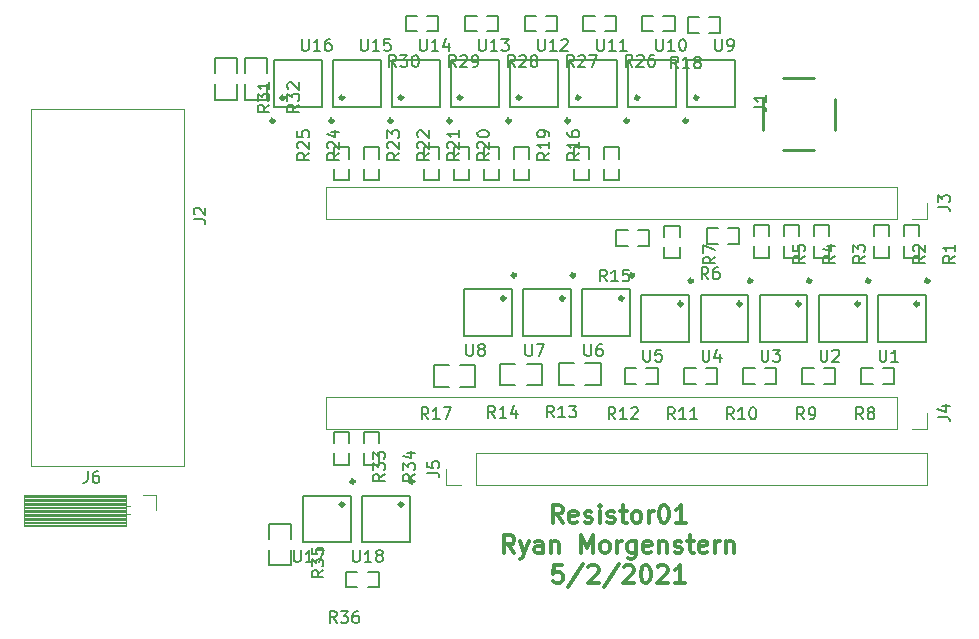
<source format=gbr>
%TF.GenerationSoftware,KiCad,Pcbnew,(5.1.9)-1*%
%TF.CreationDate,2022-05-02T16:44:27-06:00*%
%TF.ProjectId,Resistor_Cali,52657369-7374-46f7-925f-43616c692e6b,rev?*%
%TF.SameCoordinates,Original*%
%TF.FileFunction,Legend,Top*%
%TF.FilePolarity,Positive*%
%FSLAX46Y46*%
G04 Gerber Fmt 4.6, Leading zero omitted, Abs format (unit mm)*
G04 Created by KiCad (PCBNEW (5.1.9)-1) date 2022-05-02 16:44:27*
%MOMM*%
%LPD*%
G01*
G04 APERTURE LIST*
%ADD10C,0.300000*%
%ADD11C,0.254000*%
%ADD12C,0.152000*%
%ADD13C,0.120000*%
%ADD14C,0.150000*%
G04 APERTURE END LIST*
D10*
X-29570000Y-28628571D02*
X-30070000Y-27914285D01*
X-30427142Y-28628571D02*
X-30427142Y-27128571D01*
X-29855714Y-27128571D01*
X-29712857Y-27200000D01*
X-29641428Y-27271428D01*
X-29570000Y-27414285D01*
X-29570000Y-27628571D01*
X-29641428Y-27771428D01*
X-29712857Y-27842857D01*
X-29855714Y-27914285D01*
X-30427142Y-27914285D01*
X-28355714Y-28557142D02*
X-28498571Y-28628571D01*
X-28784285Y-28628571D01*
X-28927142Y-28557142D01*
X-28998571Y-28414285D01*
X-28998571Y-27842857D01*
X-28927142Y-27700000D01*
X-28784285Y-27628571D01*
X-28498571Y-27628571D01*
X-28355714Y-27700000D01*
X-28284285Y-27842857D01*
X-28284285Y-27985714D01*
X-28998571Y-28128571D01*
X-27712857Y-28557142D02*
X-27570000Y-28628571D01*
X-27284285Y-28628571D01*
X-27141428Y-28557142D01*
X-27070000Y-28414285D01*
X-27070000Y-28342857D01*
X-27141428Y-28200000D01*
X-27284285Y-28128571D01*
X-27498571Y-28128571D01*
X-27641428Y-28057142D01*
X-27712857Y-27914285D01*
X-27712857Y-27842857D01*
X-27641428Y-27700000D01*
X-27498571Y-27628571D01*
X-27284285Y-27628571D01*
X-27141428Y-27700000D01*
X-26427142Y-28628571D02*
X-26427142Y-27628571D01*
X-26427142Y-27128571D02*
X-26498571Y-27200000D01*
X-26427142Y-27271428D01*
X-26355714Y-27200000D01*
X-26427142Y-27128571D01*
X-26427142Y-27271428D01*
X-25784285Y-28557142D02*
X-25641428Y-28628571D01*
X-25355714Y-28628571D01*
X-25212857Y-28557142D01*
X-25141428Y-28414285D01*
X-25141428Y-28342857D01*
X-25212857Y-28200000D01*
X-25355714Y-28128571D01*
X-25570000Y-28128571D01*
X-25712857Y-28057142D01*
X-25784285Y-27914285D01*
X-25784285Y-27842857D01*
X-25712857Y-27700000D01*
X-25570000Y-27628571D01*
X-25355714Y-27628571D01*
X-25212857Y-27700000D01*
X-24712857Y-27628571D02*
X-24141428Y-27628571D01*
X-24498571Y-27128571D02*
X-24498571Y-28414285D01*
X-24427142Y-28557142D01*
X-24284285Y-28628571D01*
X-24141428Y-28628571D01*
X-23427142Y-28628571D02*
X-23570000Y-28557142D01*
X-23641428Y-28485714D01*
X-23712857Y-28342857D01*
X-23712857Y-27914285D01*
X-23641428Y-27771428D01*
X-23570000Y-27700000D01*
X-23427142Y-27628571D01*
X-23212857Y-27628571D01*
X-23070000Y-27700000D01*
X-22998571Y-27771428D01*
X-22927142Y-27914285D01*
X-22927142Y-28342857D01*
X-22998571Y-28485714D01*
X-23070000Y-28557142D01*
X-23212857Y-28628571D01*
X-23427142Y-28628571D01*
X-22284285Y-28628571D02*
X-22284285Y-27628571D01*
X-22284285Y-27914285D02*
X-22212857Y-27771428D01*
X-22141428Y-27700000D01*
X-21998571Y-27628571D01*
X-21855714Y-27628571D01*
X-21070000Y-27128571D02*
X-20927142Y-27128571D01*
X-20784285Y-27200000D01*
X-20712857Y-27271428D01*
X-20641428Y-27414285D01*
X-20570000Y-27700000D01*
X-20570000Y-28057142D01*
X-20641428Y-28342857D01*
X-20712857Y-28485714D01*
X-20784285Y-28557142D01*
X-20927142Y-28628571D01*
X-21070000Y-28628571D01*
X-21212857Y-28557142D01*
X-21284285Y-28485714D01*
X-21355714Y-28342857D01*
X-21427142Y-28057142D01*
X-21427142Y-27700000D01*
X-21355714Y-27414285D01*
X-21284285Y-27271428D01*
X-21212857Y-27200000D01*
X-21070000Y-27128571D01*
X-19141428Y-28628571D02*
X-19998571Y-28628571D01*
X-19570000Y-28628571D02*
X-19570000Y-27128571D01*
X-19712857Y-27342857D01*
X-19855714Y-27485714D01*
X-19998571Y-27557142D01*
X-33677142Y-31178571D02*
X-34177142Y-30464285D01*
X-34534285Y-31178571D02*
X-34534285Y-29678571D01*
X-33962857Y-29678571D01*
X-33820000Y-29750000D01*
X-33748571Y-29821428D01*
X-33677142Y-29964285D01*
X-33677142Y-30178571D01*
X-33748571Y-30321428D01*
X-33820000Y-30392857D01*
X-33962857Y-30464285D01*
X-34534285Y-30464285D01*
X-33177142Y-30178571D02*
X-32820000Y-31178571D01*
X-32462857Y-30178571D02*
X-32820000Y-31178571D01*
X-32962857Y-31535714D01*
X-33034285Y-31607142D01*
X-33177142Y-31678571D01*
X-31248571Y-31178571D02*
X-31248571Y-30392857D01*
X-31320000Y-30250000D01*
X-31462857Y-30178571D01*
X-31748571Y-30178571D01*
X-31891428Y-30250000D01*
X-31248571Y-31107142D02*
X-31391428Y-31178571D01*
X-31748571Y-31178571D01*
X-31891428Y-31107142D01*
X-31962857Y-30964285D01*
X-31962857Y-30821428D01*
X-31891428Y-30678571D01*
X-31748571Y-30607142D01*
X-31391428Y-30607142D01*
X-31248571Y-30535714D01*
X-30534285Y-30178571D02*
X-30534285Y-31178571D01*
X-30534285Y-30321428D02*
X-30462857Y-30250000D01*
X-30320000Y-30178571D01*
X-30105714Y-30178571D01*
X-29962857Y-30250000D01*
X-29891428Y-30392857D01*
X-29891428Y-31178571D01*
X-28034285Y-31178571D02*
X-28034285Y-29678571D01*
X-27534285Y-30750000D01*
X-27034285Y-29678571D01*
X-27034285Y-31178571D01*
X-26105714Y-31178571D02*
X-26248571Y-31107142D01*
X-26320000Y-31035714D01*
X-26391428Y-30892857D01*
X-26391428Y-30464285D01*
X-26320000Y-30321428D01*
X-26248571Y-30250000D01*
X-26105714Y-30178571D01*
X-25891428Y-30178571D01*
X-25748571Y-30250000D01*
X-25677142Y-30321428D01*
X-25605714Y-30464285D01*
X-25605714Y-30892857D01*
X-25677142Y-31035714D01*
X-25748571Y-31107142D01*
X-25891428Y-31178571D01*
X-26105714Y-31178571D01*
X-24962857Y-31178571D02*
X-24962857Y-30178571D01*
X-24962857Y-30464285D02*
X-24891428Y-30321428D01*
X-24820000Y-30250000D01*
X-24677142Y-30178571D01*
X-24534285Y-30178571D01*
X-23391428Y-30178571D02*
X-23391428Y-31392857D01*
X-23462857Y-31535714D01*
X-23534285Y-31607142D01*
X-23677142Y-31678571D01*
X-23891428Y-31678571D01*
X-24034285Y-31607142D01*
X-23391428Y-31107142D02*
X-23534285Y-31178571D01*
X-23820000Y-31178571D01*
X-23962857Y-31107142D01*
X-24034285Y-31035714D01*
X-24105714Y-30892857D01*
X-24105714Y-30464285D01*
X-24034285Y-30321428D01*
X-23962857Y-30250000D01*
X-23820000Y-30178571D01*
X-23534285Y-30178571D01*
X-23391428Y-30250000D01*
X-22105714Y-31107142D02*
X-22248571Y-31178571D01*
X-22534285Y-31178571D01*
X-22677142Y-31107142D01*
X-22748571Y-30964285D01*
X-22748571Y-30392857D01*
X-22677142Y-30250000D01*
X-22534285Y-30178571D01*
X-22248571Y-30178571D01*
X-22105714Y-30250000D01*
X-22034285Y-30392857D01*
X-22034285Y-30535714D01*
X-22748571Y-30678571D01*
X-21391428Y-30178571D02*
X-21391428Y-31178571D01*
X-21391428Y-30321428D02*
X-21320000Y-30250000D01*
X-21177142Y-30178571D01*
X-20962857Y-30178571D01*
X-20820000Y-30250000D01*
X-20748571Y-30392857D01*
X-20748571Y-31178571D01*
X-20105714Y-31107142D02*
X-19962857Y-31178571D01*
X-19677142Y-31178571D01*
X-19534285Y-31107142D01*
X-19462857Y-30964285D01*
X-19462857Y-30892857D01*
X-19534285Y-30750000D01*
X-19677142Y-30678571D01*
X-19891428Y-30678571D01*
X-20034285Y-30607142D01*
X-20105714Y-30464285D01*
X-20105714Y-30392857D01*
X-20034285Y-30250000D01*
X-19891428Y-30178571D01*
X-19677142Y-30178571D01*
X-19534285Y-30250000D01*
X-19034285Y-30178571D02*
X-18462857Y-30178571D01*
X-18820000Y-29678571D02*
X-18820000Y-30964285D01*
X-18748571Y-31107142D01*
X-18605714Y-31178571D01*
X-18462857Y-31178571D01*
X-17391428Y-31107142D02*
X-17534285Y-31178571D01*
X-17820000Y-31178571D01*
X-17962857Y-31107142D01*
X-18034285Y-30964285D01*
X-18034285Y-30392857D01*
X-17962857Y-30250000D01*
X-17820000Y-30178571D01*
X-17534285Y-30178571D01*
X-17391428Y-30250000D01*
X-17320000Y-30392857D01*
X-17320000Y-30535714D01*
X-18034285Y-30678571D01*
X-16677142Y-31178571D02*
X-16677142Y-30178571D01*
X-16677142Y-30464285D02*
X-16605714Y-30321428D01*
X-16534285Y-30250000D01*
X-16391428Y-30178571D01*
X-16248571Y-30178571D01*
X-15748571Y-30178571D02*
X-15748571Y-31178571D01*
X-15748571Y-30321428D02*
X-15677142Y-30250000D01*
X-15534285Y-30178571D01*
X-15320000Y-30178571D01*
X-15177142Y-30250000D01*
X-15105714Y-30392857D01*
X-15105714Y-31178571D01*
X-29605714Y-32228571D02*
X-30320000Y-32228571D01*
X-30391428Y-32942857D01*
X-30320000Y-32871428D01*
X-30177142Y-32800000D01*
X-29820000Y-32800000D01*
X-29677142Y-32871428D01*
X-29605714Y-32942857D01*
X-29534285Y-33085714D01*
X-29534285Y-33442857D01*
X-29605714Y-33585714D01*
X-29677142Y-33657142D01*
X-29820000Y-33728571D01*
X-30177142Y-33728571D01*
X-30320000Y-33657142D01*
X-30391428Y-33585714D01*
X-27820000Y-32157142D02*
X-29105714Y-34085714D01*
X-27391428Y-32371428D02*
X-27320000Y-32300000D01*
X-27177142Y-32228571D01*
X-26820000Y-32228571D01*
X-26677142Y-32300000D01*
X-26605714Y-32371428D01*
X-26534285Y-32514285D01*
X-26534285Y-32657142D01*
X-26605714Y-32871428D01*
X-27462857Y-33728571D01*
X-26534285Y-33728571D01*
X-24820000Y-32157142D02*
X-26105714Y-34085714D01*
X-24391428Y-32371428D02*
X-24320000Y-32300000D01*
X-24177142Y-32228571D01*
X-23820000Y-32228571D01*
X-23677142Y-32300000D01*
X-23605714Y-32371428D01*
X-23534285Y-32514285D01*
X-23534285Y-32657142D01*
X-23605714Y-32871428D01*
X-24462857Y-33728571D01*
X-23534285Y-33728571D01*
X-22605714Y-32228571D02*
X-22462857Y-32228571D01*
X-22320000Y-32300000D01*
X-22248571Y-32371428D01*
X-22177142Y-32514285D01*
X-22105714Y-32800000D01*
X-22105714Y-33157142D01*
X-22177142Y-33442857D01*
X-22248571Y-33585714D01*
X-22320000Y-33657142D01*
X-22462857Y-33728571D01*
X-22605714Y-33728571D01*
X-22748571Y-33657142D01*
X-22820000Y-33585714D01*
X-22891428Y-33442857D01*
X-22962857Y-33157142D01*
X-22962857Y-32800000D01*
X-22891428Y-32514285D01*
X-22820000Y-32371428D01*
X-22748571Y-32300000D01*
X-22605714Y-32228571D01*
X-21534285Y-32371428D02*
X-21462857Y-32300000D01*
X-21320000Y-32228571D01*
X-20962857Y-32228571D01*
X-20820000Y-32300000D01*
X-20748571Y-32371428D01*
X-20677142Y-32514285D01*
X-20677142Y-32657142D01*
X-20748571Y-32871428D01*
X-21605714Y-33728571D01*
X-20677142Y-33728571D01*
X-19248571Y-33728571D02*
X-20105714Y-33728571D01*
X-19677142Y-33728571D02*
X-19677142Y-32228571D01*
X-19820000Y-32442857D01*
X-19962857Y-32585714D01*
X-20105714Y-32657142D01*
D11*
%TO.C,J1*%
X-12628000Y7276000D02*
X-12628000Y4644000D01*
X-8264000Y9008000D02*
X-10896000Y9008000D01*
X-6532000Y4644000D02*
X-6532000Y7276000D01*
X-10896000Y2912000D02*
X-8264000Y2912000D01*
D12*
%TO.C,U16*%
X-54026000Y6604000D02*
X-54026000Y10546000D01*
X-54026000Y10546000D02*
X-49974000Y10546000D01*
X-49974000Y10546000D02*
X-49974000Y6604000D01*
X-49974000Y6604000D02*
X-54026000Y6604000D01*
D10*
X-53120000Y7356000D02*
G75*
G03*
X-53120000Y7356000I-150000J0D01*
G01*
X-54009000Y5400000D02*
G75*
G03*
X-54009000Y5400000I-150000J0D01*
G01*
D12*
%TO.C,U15*%
X-49026000Y6604000D02*
X-49026000Y10546000D01*
X-49026000Y10546000D02*
X-44974000Y10546000D01*
X-44974000Y10546000D02*
X-44974000Y6604000D01*
X-44974000Y6604000D02*
X-49026000Y6604000D01*
D10*
X-48120000Y7356000D02*
G75*
G03*
X-48120000Y7356000I-150000J0D01*
G01*
X-49009000Y5400000D02*
G75*
G03*
X-49009000Y5400000I-150000J0D01*
G01*
D12*
%TO.C,U7*%
X-28849000Y-8879000D02*
X-28849000Y-12821000D01*
X-28849000Y-12821000D02*
X-32901000Y-12821000D01*
X-32901000Y-12821000D02*
X-32901000Y-8879000D01*
X-32901000Y-8879000D02*
X-28849000Y-8879000D01*
D10*
X-29455000Y-9631000D02*
G75*
G03*
X-29455000Y-9631000I-150000J0D01*
G01*
X-28566000Y-7675000D02*
G75*
G03*
X-28566000Y-7675000I-150000J0D01*
G01*
D12*
%TO.C,U14*%
X-44026000Y6604000D02*
X-44026000Y10546000D01*
X-44026000Y10546000D02*
X-39974000Y10546000D01*
X-39974000Y10546000D02*
X-39974000Y6604000D01*
X-39974000Y6604000D02*
X-44026000Y6604000D01*
D10*
X-43120000Y7356000D02*
G75*
G03*
X-43120000Y7356000I-150000J0D01*
G01*
X-44009000Y5400000D02*
G75*
G03*
X-44009000Y5400000I-150000J0D01*
G01*
D12*
%TO.C,U6*%
X-23849000Y-8879000D02*
X-23849000Y-12821000D01*
X-23849000Y-12821000D02*
X-27901000Y-12821000D01*
X-27901000Y-12821000D02*
X-27901000Y-8879000D01*
X-27901000Y-8879000D02*
X-23849000Y-8879000D01*
D10*
X-24455000Y-9631000D02*
G75*
G03*
X-24455000Y-9631000I-150000J0D01*
G01*
X-23566000Y-7675000D02*
G75*
G03*
X-23566000Y-7675000I-150000J0D01*
G01*
D12*
%TO.C,U13*%
X-39026000Y6604000D02*
X-39026000Y10546000D01*
X-39026000Y10546000D02*
X-34974000Y10546000D01*
X-34974000Y10546000D02*
X-34974000Y6604000D01*
X-34974000Y6604000D02*
X-39026000Y6604000D01*
D10*
X-38120000Y7356000D02*
G75*
G03*
X-38120000Y7356000I-150000J0D01*
G01*
X-39009000Y5400000D02*
G75*
G03*
X-39009000Y5400000I-150000J0D01*
G01*
D12*
%TO.C,U18*%
X-42499000Y-26329000D02*
X-42499000Y-30271000D01*
X-42499000Y-30271000D02*
X-46551000Y-30271000D01*
X-46551000Y-30271000D02*
X-46551000Y-26329000D01*
X-46551000Y-26329000D02*
X-42499000Y-26329000D01*
D10*
X-43105000Y-27081000D02*
G75*
G03*
X-43105000Y-27081000I-150000J0D01*
G01*
X-42216000Y-25125000D02*
G75*
G03*
X-42216000Y-25125000I-150000J0D01*
G01*
D12*
%TO.C,U5*%
X-18849000Y-9354000D02*
X-18849000Y-13296000D01*
X-18849000Y-13296000D02*
X-22901000Y-13296000D01*
X-22901000Y-13296000D02*
X-22901000Y-9354000D01*
X-22901000Y-9354000D02*
X-18849000Y-9354000D01*
D10*
X-19455000Y-10106000D02*
G75*
G03*
X-19455000Y-10106000I-150000J0D01*
G01*
X-18566000Y-8150000D02*
G75*
G03*
X-18566000Y-8150000I-150000J0D01*
G01*
D12*
%TO.C,U12*%
X-34026000Y6604000D02*
X-34026000Y10546000D01*
X-34026000Y10546000D02*
X-29974000Y10546000D01*
X-29974000Y10546000D02*
X-29974000Y6604000D01*
X-29974000Y6604000D02*
X-34026000Y6604000D01*
D10*
X-33120000Y7356000D02*
G75*
G03*
X-33120000Y7356000I-150000J0D01*
G01*
X-34009000Y5400000D02*
G75*
G03*
X-34009000Y5400000I-150000J0D01*
G01*
D12*
%TO.C,U4*%
X-13849000Y-9354000D02*
X-13849000Y-13296000D01*
X-13849000Y-13296000D02*
X-17901000Y-13296000D01*
X-17901000Y-13296000D02*
X-17901000Y-9354000D01*
X-17901000Y-9354000D02*
X-13849000Y-9354000D01*
D10*
X-14455000Y-10106000D02*
G75*
G03*
X-14455000Y-10106000I-150000J0D01*
G01*
X-13566000Y-8150000D02*
G75*
G03*
X-13566000Y-8150000I-150000J0D01*
G01*
D12*
%TO.C,U17*%
X-47499000Y-26329000D02*
X-47499000Y-30271000D01*
X-47499000Y-30271000D02*
X-51551000Y-30271000D01*
X-51551000Y-30271000D02*
X-51551000Y-26329000D01*
X-51551000Y-26329000D02*
X-47499000Y-26329000D01*
D10*
X-48105000Y-27081000D02*
G75*
G03*
X-48105000Y-27081000I-150000J0D01*
G01*
X-47216000Y-25125000D02*
G75*
G03*
X-47216000Y-25125000I-150000J0D01*
G01*
D12*
%TO.C,U11*%
X-29026000Y6604000D02*
X-29026000Y10546000D01*
X-29026000Y10546000D02*
X-24974000Y10546000D01*
X-24974000Y10546000D02*
X-24974000Y6604000D01*
X-24974000Y6604000D02*
X-29026000Y6604000D01*
D10*
X-28120000Y7356000D02*
G75*
G03*
X-28120000Y7356000I-150000J0D01*
G01*
X-29009000Y5400000D02*
G75*
G03*
X-29009000Y5400000I-150000J0D01*
G01*
D12*
%TO.C,U3*%
X-8849000Y-9354000D02*
X-8849000Y-13296000D01*
X-8849000Y-13296000D02*
X-12901000Y-13296000D01*
X-12901000Y-13296000D02*
X-12901000Y-9354000D01*
X-12901000Y-9354000D02*
X-8849000Y-9354000D01*
D10*
X-9455000Y-10106000D02*
G75*
G03*
X-9455000Y-10106000I-150000J0D01*
G01*
X-8566000Y-8150000D02*
G75*
G03*
X-8566000Y-8150000I-150000J0D01*
G01*
D12*
%TO.C,U10*%
X-24026000Y6604000D02*
X-24026000Y10546000D01*
X-24026000Y10546000D02*
X-19974000Y10546000D01*
X-19974000Y10546000D02*
X-19974000Y6604000D01*
X-19974000Y6604000D02*
X-24026000Y6604000D01*
D10*
X-23120000Y7356000D02*
G75*
G03*
X-23120000Y7356000I-150000J0D01*
G01*
X-24009000Y5400000D02*
G75*
G03*
X-24009000Y5400000I-150000J0D01*
G01*
D12*
%TO.C,U9*%
X-19026000Y6604000D02*
X-19026000Y10546000D01*
X-19026000Y10546000D02*
X-14974000Y10546000D01*
X-14974000Y10546000D02*
X-14974000Y6604000D01*
X-14974000Y6604000D02*
X-19026000Y6604000D01*
D10*
X-18120000Y7356000D02*
G75*
G03*
X-18120000Y7356000I-150000J0D01*
G01*
X-19009000Y5400000D02*
G75*
G03*
X-19009000Y5400000I-150000J0D01*
G01*
D12*
%TO.C,U2*%
X-3849000Y-9354000D02*
X-3849000Y-13296000D01*
X-3849000Y-13296000D02*
X-7901000Y-13296000D01*
X-7901000Y-13296000D02*
X-7901000Y-9354000D01*
X-7901000Y-9354000D02*
X-3849000Y-9354000D01*
D10*
X-4455000Y-10106000D02*
G75*
G03*
X-4455000Y-10106000I-150000J0D01*
G01*
X-3566000Y-8150000D02*
G75*
G03*
X-3566000Y-8150000I-150000J0D01*
G01*
D12*
%TO.C,U8*%
X-33849000Y-8879000D02*
X-33849000Y-12821000D01*
X-33849000Y-12821000D02*
X-37901000Y-12821000D01*
X-37901000Y-12821000D02*
X-37901000Y-8879000D01*
X-37901000Y-8879000D02*
X-33849000Y-8879000D01*
D10*
X-34455000Y-9631000D02*
G75*
G03*
X-34455000Y-9631000I-150000J0D01*
G01*
X-33566000Y-7675000D02*
G75*
G03*
X-33566000Y-7675000I-150000J0D01*
G01*
D12*
%TO.C,U1*%
X1151000Y-9354000D02*
X1151000Y-13296000D01*
X1151000Y-13296000D02*
X-2901000Y-13296000D01*
X-2901000Y-13296000D02*
X-2901000Y-9354000D01*
X-2901000Y-9354000D02*
X1151000Y-9354000D01*
D10*
X545000Y-10106000D02*
G75*
G03*
X545000Y-10106000I-150000J0D01*
G01*
X1434000Y-8150000D02*
G75*
G03*
X1434000Y-8150000I-150000J0D01*
G01*
D12*
%TO.C,R25*%
X-47624000Y2201000D02*
X-47624000Y3160000D01*
X-47624000Y3160000D02*
X-48946000Y3160000D01*
X-48946000Y3160000D02*
X-48946000Y2201000D01*
X-47624000Y1349000D02*
X-47624000Y390000D01*
X-47624000Y390000D02*
X-48946000Y390000D01*
X-48946000Y390000D02*
X-48946000Y1349000D01*
%TO.C,R32*%
X-56467000Y8474000D02*
X-56467000Y7189000D01*
X-56467000Y7189000D02*
X-54633000Y7189000D01*
X-54633000Y7189000D02*
X-54633000Y8474000D01*
X-56467000Y9426000D02*
X-56467000Y10711000D01*
X-56467000Y10711000D02*
X-54633000Y10711000D01*
X-54633000Y10711000D02*
X-54633000Y9426000D01*
%TO.C,R24*%
X-45084000Y2201000D02*
X-45084000Y3160000D01*
X-45084000Y3160000D02*
X-46406000Y3160000D01*
X-46406000Y3160000D02*
X-46406000Y2201000D01*
X-45084000Y1349000D02*
X-45084000Y390000D01*
X-45084000Y390000D02*
X-46406000Y390000D01*
X-46406000Y390000D02*
X-46406000Y1349000D01*
%TO.C,R7*%
X-20981000Y-5296000D02*
X-20981000Y-6255000D01*
X-20981000Y-6255000D02*
X-19659000Y-6255000D01*
X-19659000Y-6255000D02*
X-19659000Y-5296000D01*
X-20981000Y-4444000D02*
X-20981000Y-3485000D01*
X-20981000Y-3485000D02*
X-19659000Y-3485000D01*
X-19659000Y-3485000D02*
X-19659000Y-4444000D01*
%TO.C,R31*%
X-58977000Y8474000D02*
X-58977000Y7189000D01*
X-58977000Y7189000D02*
X-57143000Y7189000D01*
X-57143000Y7189000D02*
X-57143000Y8474000D01*
X-58977000Y9426000D02*
X-58977000Y10711000D01*
X-58977000Y10711000D02*
X-57143000Y10711000D01*
X-57143000Y10711000D02*
X-57143000Y9426000D01*
%TO.C,R14*%
X-33586000Y-15163000D02*
X-34871000Y-15163000D01*
X-34871000Y-15163000D02*
X-34871000Y-16997000D01*
X-34871000Y-16997000D02*
X-33586000Y-16997000D01*
X-32634000Y-15163000D02*
X-31349000Y-15163000D01*
X-31349000Y-15163000D02*
X-31349000Y-16997000D01*
X-31349000Y-16997000D02*
X-32634000Y-16997000D01*
%TO.C,R23*%
X-40004000Y2201000D02*
X-40004000Y3160000D01*
X-40004000Y3160000D02*
X-41326000Y3160000D01*
X-41326000Y3160000D02*
X-41326000Y2201000D01*
X-40004000Y1349000D02*
X-40004000Y390000D01*
X-40004000Y390000D02*
X-41326000Y390000D01*
X-41326000Y390000D02*
X-41326000Y1349000D01*
%TO.C,R6*%
X-16426000Y-3689000D02*
X-17385000Y-3689000D01*
X-17385000Y-3689000D02*
X-17385000Y-5011000D01*
X-17385000Y-5011000D02*
X-16426000Y-5011000D01*
X-15574000Y-3689000D02*
X-14615000Y-3689000D01*
X-14615000Y-3689000D02*
X-14615000Y-5011000D01*
X-14615000Y-5011000D02*
X-15574000Y-5011000D01*
%TO.C,R30*%
X-41905400Y14286000D02*
X-42864400Y14286000D01*
X-42864400Y14286000D02*
X-42864400Y12964000D01*
X-42864400Y12964000D02*
X-41905400Y12964000D01*
X-41053400Y14286000D02*
X-40094400Y14286000D01*
X-40094400Y14286000D02*
X-40094400Y12964000D01*
X-40094400Y12964000D02*
X-41053400Y12964000D01*
%TO.C,R13*%
X-28596000Y-15143000D02*
X-29881000Y-15143000D01*
X-29881000Y-15143000D02*
X-29881000Y-16977000D01*
X-29881000Y-16977000D02*
X-28596000Y-16977000D01*
X-27644000Y-15143000D02*
X-26359000Y-15143000D01*
X-26359000Y-15143000D02*
X-26359000Y-16977000D01*
X-26359000Y-16977000D02*
X-27644000Y-16977000D01*
%TO.C,R22*%
X-37464000Y2201000D02*
X-37464000Y3160000D01*
X-37464000Y3160000D02*
X-38786000Y3160000D01*
X-38786000Y3160000D02*
X-38786000Y2201000D01*
X-37464000Y1349000D02*
X-37464000Y390000D01*
X-37464000Y390000D02*
X-38786000Y390000D01*
X-38786000Y390000D02*
X-38786000Y1349000D01*
%TO.C,R34*%
X-46406000Y-22756000D02*
X-46406000Y-23715000D01*
X-46406000Y-23715000D02*
X-45084000Y-23715000D01*
X-45084000Y-23715000D02*
X-45084000Y-22756000D01*
X-46406000Y-21904000D02*
X-46406000Y-20945000D01*
X-46406000Y-20945000D02*
X-45084000Y-20945000D01*
X-45084000Y-20945000D02*
X-45084000Y-21904000D01*
%TO.C,R29*%
X-36850800Y14290000D02*
X-37809800Y14290000D01*
X-37809800Y14290000D02*
X-37809800Y12968000D01*
X-37809800Y12968000D02*
X-36850800Y12968000D01*
X-35998800Y14290000D02*
X-35039800Y14290000D01*
X-35039800Y14290000D02*
X-35039800Y12968000D01*
X-35039800Y12968000D02*
X-35998800Y12968000D01*
%TO.C,R5*%
X-13386000Y-5226000D02*
X-13386000Y-6185000D01*
X-13386000Y-6185000D02*
X-12064000Y-6185000D01*
X-12064000Y-6185000D02*
X-12064000Y-5226000D01*
X-13386000Y-4374000D02*
X-13386000Y-3415000D01*
X-13386000Y-3415000D02*
X-12064000Y-3415000D01*
X-12064000Y-3415000D02*
X-12064000Y-4374000D01*
%TO.C,R36*%
X-46951000Y-32789000D02*
X-47910000Y-32789000D01*
X-47910000Y-32789000D02*
X-47910000Y-34111000D01*
X-47910000Y-34111000D02*
X-46951000Y-34111000D01*
X-46099000Y-32789000D02*
X-45140000Y-32789000D01*
X-45140000Y-32789000D02*
X-45140000Y-34111000D01*
X-45140000Y-34111000D02*
X-46099000Y-34111000D01*
%TO.C,R12*%
X-23351000Y-15539000D02*
X-24310000Y-15539000D01*
X-24310000Y-15539000D02*
X-24310000Y-16861000D01*
X-24310000Y-16861000D02*
X-23351000Y-16861000D01*
X-22499000Y-15539000D02*
X-21540000Y-15539000D01*
X-21540000Y-15539000D02*
X-21540000Y-16861000D01*
X-21540000Y-16861000D02*
X-22499000Y-16861000D01*
%TO.C,R21*%
X-34924000Y2201000D02*
X-34924000Y3160000D01*
X-34924000Y3160000D02*
X-36246000Y3160000D01*
X-36246000Y3160000D02*
X-36246000Y2201000D01*
X-34924000Y1349000D02*
X-34924000Y390000D01*
X-34924000Y390000D02*
X-36246000Y390000D01*
X-36246000Y390000D02*
X-36246000Y1349000D01*
%TO.C,R28*%
X-31847000Y14290000D02*
X-32806000Y14290000D01*
X-32806000Y14290000D02*
X-32806000Y12968000D01*
X-32806000Y12968000D02*
X-31847000Y12968000D01*
X-30995000Y14290000D02*
X-30036000Y14290000D01*
X-30036000Y14290000D02*
X-30036000Y12968000D01*
X-30036000Y12968000D02*
X-30995000Y12968000D01*
%TO.C,R4*%
X-10846000Y-5226000D02*
X-10846000Y-6185000D01*
X-10846000Y-6185000D02*
X-9524000Y-6185000D01*
X-9524000Y-6185000D02*
X-9524000Y-5226000D01*
X-10846000Y-4374000D02*
X-10846000Y-3415000D01*
X-10846000Y-3415000D02*
X-9524000Y-3415000D01*
X-9524000Y-3415000D02*
X-9524000Y-4374000D01*
%TO.C,R33*%
X-48946000Y-22756000D02*
X-48946000Y-23715000D01*
X-48946000Y-23715000D02*
X-47624000Y-23715000D01*
X-47624000Y-23715000D02*
X-47624000Y-22756000D01*
X-48946000Y-21904000D02*
X-48946000Y-20945000D01*
X-48946000Y-20945000D02*
X-47624000Y-20945000D01*
X-47624000Y-20945000D02*
X-47624000Y-21904000D01*
%TO.C,R11*%
X-18326000Y-15539000D02*
X-19285000Y-15539000D01*
X-19285000Y-15539000D02*
X-19285000Y-16861000D01*
X-19285000Y-16861000D02*
X-18326000Y-16861000D01*
X-17474000Y-15539000D02*
X-16515000Y-15539000D01*
X-16515000Y-15539000D02*
X-16515000Y-16861000D01*
X-16515000Y-16861000D02*
X-17474000Y-16861000D01*
%TO.C,R35*%
X-54407000Y-30936000D02*
X-54407000Y-32221000D01*
X-54407000Y-32221000D02*
X-52573000Y-32221000D01*
X-52573000Y-32221000D02*
X-52573000Y-30936000D01*
X-54407000Y-29984000D02*
X-54407000Y-28699000D01*
X-54407000Y-28699000D02*
X-52573000Y-28699000D01*
X-52573000Y-28699000D02*
X-52573000Y-29984000D01*
%TO.C,R20*%
X-32384000Y2201000D02*
X-32384000Y3160000D01*
X-32384000Y3160000D02*
X-33706000Y3160000D01*
X-33706000Y3160000D02*
X-33706000Y2201000D01*
X-32384000Y1349000D02*
X-32384000Y390000D01*
X-32384000Y390000D02*
X-33706000Y390000D01*
X-33706000Y390000D02*
X-33706000Y1349000D01*
%TO.C,R27*%
X-26868600Y14290000D02*
X-27827600Y14290000D01*
X-27827600Y14290000D02*
X-27827600Y12968000D01*
X-27827600Y12968000D02*
X-26868600Y12968000D01*
X-26016600Y14290000D02*
X-25057600Y14290000D01*
X-25057600Y14290000D02*
X-25057600Y12968000D01*
X-25057600Y12968000D02*
X-26016600Y12968000D01*
%TO.C,R3*%
X-8306000Y-5226000D02*
X-8306000Y-6185000D01*
X-8306000Y-6185000D02*
X-6984000Y-6185000D01*
X-6984000Y-6185000D02*
X-6984000Y-5226000D01*
X-8306000Y-4374000D02*
X-8306000Y-3415000D01*
X-8306000Y-3415000D02*
X-6984000Y-3415000D01*
X-6984000Y-3415000D02*
X-6984000Y-4374000D01*
%TO.C,R19*%
X-27304000Y2201000D02*
X-27304000Y3160000D01*
X-27304000Y3160000D02*
X-28626000Y3160000D01*
X-28626000Y3160000D02*
X-28626000Y2201000D01*
X-27304000Y1349000D02*
X-27304000Y390000D01*
X-27304000Y390000D02*
X-28626000Y390000D01*
X-28626000Y390000D02*
X-28626000Y1349000D01*
%TO.C,R10*%
X-13326000Y-15539000D02*
X-14285000Y-15539000D01*
X-14285000Y-15539000D02*
X-14285000Y-16861000D01*
X-14285000Y-16861000D02*
X-13326000Y-16861000D01*
X-12474000Y-15539000D02*
X-11515000Y-15539000D01*
X-11515000Y-15539000D02*
X-11515000Y-16861000D01*
X-11515000Y-16861000D02*
X-12474000Y-16861000D01*
%TO.C,R16*%
X-24764000Y2201000D02*
X-24764000Y3160000D01*
X-24764000Y3160000D02*
X-26086000Y3160000D01*
X-26086000Y3160000D02*
X-26086000Y2201000D01*
X-24764000Y1349000D02*
X-24764000Y390000D01*
X-24764000Y390000D02*
X-26086000Y390000D01*
X-26086000Y390000D02*
X-26086000Y1349000D01*
%TO.C,R26*%
X-21901000Y14311000D02*
X-22860000Y14311000D01*
X-22860000Y14311000D02*
X-22860000Y12989000D01*
X-22860000Y12989000D02*
X-21901000Y12989000D01*
X-21049000Y14311000D02*
X-20090000Y14311000D01*
X-20090000Y14311000D02*
X-20090000Y12989000D01*
X-20090000Y12989000D02*
X-21049000Y12989000D01*
%TO.C,R18*%
X-18026000Y14161000D02*
X-18985000Y14161000D01*
X-18985000Y14161000D02*
X-18985000Y12839000D01*
X-18985000Y12839000D02*
X-18026000Y12839000D01*
X-17174000Y14161000D02*
X-16215000Y14161000D01*
X-16215000Y14161000D02*
X-16215000Y12839000D01*
X-16215000Y12839000D02*
X-17174000Y12839000D01*
%TO.C,R2*%
X-3226000Y-5226000D02*
X-3226000Y-6185000D01*
X-3226000Y-6185000D02*
X-1904000Y-6185000D01*
X-1904000Y-6185000D02*
X-1904000Y-5226000D01*
X-3226000Y-4374000D02*
X-3226000Y-3415000D01*
X-3226000Y-3415000D02*
X-1904000Y-3415000D01*
X-1904000Y-3415000D02*
X-1904000Y-4374000D01*
%TO.C,R9*%
X-8326000Y-15539000D02*
X-9285000Y-15539000D01*
X-9285000Y-15539000D02*
X-9285000Y-16861000D01*
X-9285000Y-16861000D02*
X-8326000Y-16861000D01*
X-7474000Y-15539000D02*
X-6515000Y-15539000D01*
X-6515000Y-15539000D02*
X-6515000Y-16861000D01*
X-6515000Y-16861000D02*
X-7474000Y-16861000D01*
%TO.C,R15*%
X-24066000Y-3879000D02*
X-25025000Y-3879000D01*
X-25025000Y-3879000D02*
X-25025000Y-5201000D01*
X-25025000Y-5201000D02*
X-24066000Y-5201000D01*
X-23214000Y-3879000D02*
X-22255000Y-3879000D01*
X-22255000Y-3879000D02*
X-22255000Y-5201000D01*
X-22255000Y-5201000D02*
X-23214000Y-5201000D01*
%TO.C,R1*%
X-686000Y-5226000D02*
X-686000Y-6185000D01*
X-686000Y-6185000D02*
X636000Y-6185000D01*
X636000Y-6185000D02*
X636000Y-5226000D01*
X-686000Y-4374000D02*
X-686000Y-3415000D01*
X-686000Y-3415000D02*
X636000Y-3415000D01*
X636000Y-3415000D02*
X636000Y-4374000D01*
%TO.C,R17*%
X-39226000Y-15293000D02*
X-40511000Y-15293000D01*
X-40511000Y-15293000D02*
X-40511000Y-17127000D01*
X-40511000Y-17127000D02*
X-39226000Y-17127000D01*
X-38274000Y-15293000D02*
X-36989000Y-15293000D01*
X-36989000Y-15293000D02*
X-36989000Y-17127000D01*
X-36989000Y-17127000D02*
X-38274000Y-17127000D01*
%TO.C,R8*%
X-3326000Y-15539000D02*
X-4285000Y-15539000D01*
X-4285000Y-15539000D02*
X-4285000Y-16861000D01*
X-4285000Y-16861000D02*
X-3326000Y-16861000D01*
X-2474000Y-15539000D02*
X-1515000Y-15539000D01*
X-1515000Y-15539000D02*
X-1515000Y-16861000D01*
X-1515000Y-16861000D02*
X-2474000Y-16861000D01*
D13*
%TO.C,J5*%
X1280000Y-25405000D02*
X1280000Y-22745000D01*
X-36880000Y-25405000D02*
X1280000Y-25405000D01*
X-36880000Y-22745000D02*
X1280000Y-22745000D01*
X-36880000Y-25405000D02*
X-36880000Y-22745000D01*
X-38150000Y-25405000D02*
X-39480000Y-25405000D01*
X-39480000Y-25405000D02*
X-39480000Y-24075000D01*
%TO.C,J4*%
X-1295000Y-18000000D02*
X-1295000Y-20660000D01*
X-1295000Y-18000000D02*
X-49615000Y-18000000D01*
X-49615000Y-18000000D02*
X-49615000Y-20660000D01*
X-1295000Y-20660000D02*
X-49615000Y-20660000D01*
X1305000Y-20660000D02*
X-25000Y-20660000D01*
X1305000Y-19330000D02*
X1305000Y-20660000D01*
%TO.C,J3*%
X-1295000Y-220000D02*
X-1295000Y-2880000D01*
X-1295000Y-220000D02*
X-49615000Y-220000D01*
X-49615000Y-220000D02*
X-49615000Y-2880000D01*
X-1295000Y-2880000D02*
X-49615000Y-2880000D01*
X1305000Y-2880000D02*
X-25000Y-2880000D01*
X1305000Y-1550000D02*
X1305000Y-2880000D01*
%TO.C,J2*%
X-61675000Y6390000D02*
X-61675000Y-23820000D01*
X-61675000Y6390000D02*
X-74585000Y6390000D01*
X-74585000Y-23820000D02*
X-61675000Y-23820000D01*
X-74585000Y-23820000D02*
X-74585000Y6390000D01*
%TO.C,J6*%
X-75180000Y-26360000D02*
X-66550000Y-26360000D01*
X-75180000Y-26475455D02*
X-66550000Y-26475455D01*
X-75180000Y-26590910D02*
X-66550000Y-26590910D01*
X-75180000Y-26706365D02*
X-66550000Y-26706365D01*
X-75180000Y-26821820D02*
X-66550000Y-26821820D01*
X-75180000Y-26937275D02*
X-66550000Y-26937275D01*
X-75180000Y-27052730D02*
X-66550000Y-27052730D01*
X-75180000Y-27168185D02*
X-66550000Y-27168185D01*
X-75180000Y-27283640D02*
X-66550000Y-27283640D01*
X-75180000Y-27399095D02*
X-66550000Y-27399095D01*
X-75180000Y-27514550D02*
X-66550000Y-27514550D01*
X-75180000Y-27630005D02*
X-66550000Y-27630005D01*
X-75180000Y-27745460D02*
X-66550000Y-27745460D01*
X-75180000Y-27860915D02*
X-66550000Y-27860915D01*
X-75180000Y-27976370D02*
X-66550000Y-27976370D01*
X-75180000Y-28091825D02*
X-66550000Y-28091825D01*
X-75180000Y-28207280D02*
X-66550000Y-28207280D01*
X-75180000Y-28322735D02*
X-66550000Y-28322735D01*
X-75180000Y-28438190D02*
X-66550000Y-28438190D01*
X-75180000Y-28553645D02*
X-66550000Y-28553645D01*
X-75180000Y-28669100D02*
X-66550000Y-28669100D01*
X-75180000Y-28784555D02*
X-66550000Y-28784555D01*
X-66550000Y-27210000D02*
X-66200000Y-27210000D01*
X-66550000Y-27930000D02*
X-66200000Y-27930000D01*
X-75180000Y-26240000D02*
X-66550000Y-26240000D01*
X-66550000Y-26240000D02*
X-66550000Y-28900000D01*
X-75180000Y-28900000D02*
X-66550000Y-28900000D01*
X-75180000Y-26240000D02*
X-75180000Y-28900000D01*
X-63980000Y-26240000D02*
X-63980000Y-27570000D01*
X-65090000Y-26240000D02*
X-63980000Y-26240000D01*
%TO.C,J1*%
D14*
X-13334619Y6581309D02*
X-12620333Y6581309D01*
X-12477476Y6533690D01*
X-12382238Y6438452D01*
X-12334619Y6295595D01*
X-12334619Y6200357D01*
X-12334619Y7581309D02*
X-12334619Y7009880D01*
X-12334619Y7295595D02*
X-13334619Y7295595D01*
X-13191761Y7200357D01*
X-13096523Y7105119D01*
X-13048904Y7009880D01*
%TO.C,U16*%
X-51664404Y12329619D02*
X-51664404Y11520095D01*
X-51616785Y11424857D01*
X-51569166Y11377238D01*
X-51473928Y11329619D01*
X-51283452Y11329619D01*
X-51188214Y11377238D01*
X-51140595Y11424857D01*
X-51092976Y11520095D01*
X-51092976Y12329619D01*
X-50092976Y11329619D02*
X-50664404Y11329619D01*
X-50378690Y11329619D02*
X-50378690Y12329619D01*
X-50473928Y12186761D01*
X-50569166Y12091523D01*
X-50664404Y12043904D01*
X-49235833Y12329619D02*
X-49426309Y12329619D01*
X-49521547Y12282000D01*
X-49569166Y12234380D01*
X-49664404Y12091523D01*
X-49712023Y11901047D01*
X-49712023Y11520095D01*
X-49664404Y11424857D01*
X-49616785Y11377238D01*
X-49521547Y11329619D01*
X-49331071Y11329619D01*
X-49235833Y11377238D01*
X-49188214Y11424857D01*
X-49140595Y11520095D01*
X-49140595Y11758190D01*
X-49188214Y11853428D01*
X-49235833Y11901047D01*
X-49331071Y11948666D01*
X-49521547Y11948666D01*
X-49616785Y11901047D01*
X-49664404Y11853428D01*
X-49712023Y11758190D01*
%TO.C,U15*%
X-46664404Y12329619D02*
X-46664404Y11520095D01*
X-46616785Y11424857D01*
X-46569166Y11377238D01*
X-46473928Y11329619D01*
X-46283452Y11329619D01*
X-46188214Y11377238D01*
X-46140595Y11424857D01*
X-46092976Y11520095D01*
X-46092976Y12329619D01*
X-45092976Y11329619D02*
X-45664404Y11329619D01*
X-45378690Y11329619D02*
X-45378690Y12329619D01*
X-45473928Y12186761D01*
X-45569166Y12091523D01*
X-45664404Y12043904D01*
X-44188214Y12329619D02*
X-44664404Y12329619D01*
X-44712023Y11853428D01*
X-44664404Y11901047D01*
X-44569166Y11948666D01*
X-44331071Y11948666D01*
X-44235833Y11901047D01*
X-44188214Y11853428D01*
X-44140595Y11758190D01*
X-44140595Y11520095D01*
X-44188214Y11424857D01*
X-44235833Y11377238D01*
X-44331071Y11329619D01*
X-44569166Y11329619D01*
X-44664404Y11377238D01*
X-44712023Y11424857D01*
%TO.C,U7*%
X-32734404Y-13509380D02*
X-32734404Y-14318904D01*
X-32686785Y-14414142D01*
X-32639166Y-14461761D01*
X-32543928Y-14509380D01*
X-32353452Y-14509380D01*
X-32258214Y-14461761D01*
X-32210595Y-14414142D01*
X-32162976Y-14318904D01*
X-32162976Y-13509380D01*
X-31782023Y-13509380D02*
X-31115357Y-13509380D01*
X-31543928Y-14509380D01*
%TO.C,U14*%
X-41664404Y12329619D02*
X-41664404Y11520095D01*
X-41616785Y11424857D01*
X-41569166Y11377238D01*
X-41473928Y11329619D01*
X-41283452Y11329619D01*
X-41188214Y11377238D01*
X-41140595Y11424857D01*
X-41092976Y11520095D01*
X-41092976Y12329619D01*
X-40092976Y11329619D02*
X-40664404Y11329619D01*
X-40378690Y11329619D02*
X-40378690Y12329619D01*
X-40473928Y12186761D01*
X-40569166Y12091523D01*
X-40664404Y12043904D01*
X-39235833Y11996285D02*
X-39235833Y11329619D01*
X-39473928Y12377238D02*
X-39712023Y11662952D01*
X-39092976Y11662952D01*
%TO.C,U6*%
X-27734404Y-13509380D02*
X-27734404Y-14318904D01*
X-27686785Y-14414142D01*
X-27639166Y-14461761D01*
X-27543928Y-14509380D01*
X-27353452Y-14509380D01*
X-27258214Y-14461761D01*
X-27210595Y-14414142D01*
X-27162976Y-14318904D01*
X-27162976Y-13509380D01*
X-26258214Y-13509380D02*
X-26448690Y-13509380D01*
X-26543928Y-13557000D01*
X-26591547Y-13604619D01*
X-26686785Y-13747476D01*
X-26734404Y-13937952D01*
X-26734404Y-14318904D01*
X-26686785Y-14414142D01*
X-26639166Y-14461761D01*
X-26543928Y-14509380D01*
X-26353452Y-14509380D01*
X-26258214Y-14461761D01*
X-26210595Y-14414142D01*
X-26162976Y-14318904D01*
X-26162976Y-14080809D01*
X-26210595Y-13985571D01*
X-26258214Y-13937952D01*
X-26353452Y-13890333D01*
X-26543928Y-13890333D01*
X-26639166Y-13937952D01*
X-26686785Y-13985571D01*
X-26734404Y-14080809D01*
%TO.C,U13*%
X-36664404Y12329619D02*
X-36664404Y11520095D01*
X-36616785Y11424857D01*
X-36569166Y11377238D01*
X-36473928Y11329619D01*
X-36283452Y11329619D01*
X-36188214Y11377238D01*
X-36140595Y11424857D01*
X-36092976Y11520095D01*
X-36092976Y12329619D01*
X-35092976Y11329619D02*
X-35664404Y11329619D01*
X-35378690Y11329619D02*
X-35378690Y12329619D01*
X-35473928Y12186761D01*
X-35569166Y12091523D01*
X-35664404Y12043904D01*
X-34759642Y12329619D02*
X-34140595Y12329619D01*
X-34473928Y11948666D01*
X-34331071Y11948666D01*
X-34235833Y11901047D01*
X-34188214Y11853428D01*
X-34140595Y11758190D01*
X-34140595Y11520095D01*
X-34188214Y11424857D01*
X-34235833Y11377238D01*
X-34331071Y11329619D01*
X-34616785Y11329619D01*
X-34712023Y11377238D01*
X-34759642Y11424857D01*
%TO.C,U18*%
X-47336785Y-30959380D02*
X-47336785Y-31768904D01*
X-47289166Y-31864142D01*
X-47241547Y-31911761D01*
X-47146309Y-31959380D01*
X-46955833Y-31959380D01*
X-46860595Y-31911761D01*
X-46812976Y-31864142D01*
X-46765357Y-31768904D01*
X-46765357Y-30959380D01*
X-45765357Y-31959380D02*
X-46336785Y-31959380D01*
X-46051071Y-31959380D02*
X-46051071Y-30959380D01*
X-46146309Y-31102238D01*
X-46241547Y-31197476D01*
X-46336785Y-31245095D01*
X-45193928Y-31387952D02*
X-45289166Y-31340333D01*
X-45336785Y-31292714D01*
X-45384404Y-31197476D01*
X-45384404Y-31149857D01*
X-45336785Y-31054619D01*
X-45289166Y-31007000D01*
X-45193928Y-30959380D01*
X-45003452Y-30959380D01*
X-44908214Y-31007000D01*
X-44860595Y-31054619D01*
X-44812976Y-31149857D01*
X-44812976Y-31197476D01*
X-44860595Y-31292714D01*
X-44908214Y-31340333D01*
X-45003452Y-31387952D01*
X-45193928Y-31387952D01*
X-45289166Y-31435571D01*
X-45336785Y-31483190D01*
X-45384404Y-31578428D01*
X-45384404Y-31768904D01*
X-45336785Y-31864142D01*
X-45289166Y-31911761D01*
X-45193928Y-31959380D01*
X-45003452Y-31959380D01*
X-44908214Y-31911761D01*
X-44860595Y-31864142D01*
X-44812976Y-31768904D01*
X-44812976Y-31578428D01*
X-44860595Y-31483190D01*
X-44908214Y-31435571D01*
X-45003452Y-31387952D01*
%TO.C,U5*%
X-22734404Y-13984380D02*
X-22734404Y-14793904D01*
X-22686785Y-14889142D01*
X-22639166Y-14936761D01*
X-22543928Y-14984380D01*
X-22353452Y-14984380D01*
X-22258214Y-14936761D01*
X-22210595Y-14889142D01*
X-22162976Y-14793904D01*
X-22162976Y-13984380D01*
X-21210595Y-13984380D02*
X-21686785Y-13984380D01*
X-21734404Y-14460571D01*
X-21686785Y-14412952D01*
X-21591547Y-14365333D01*
X-21353452Y-14365333D01*
X-21258214Y-14412952D01*
X-21210595Y-14460571D01*
X-21162976Y-14555809D01*
X-21162976Y-14793904D01*
X-21210595Y-14889142D01*
X-21258214Y-14936761D01*
X-21353452Y-14984380D01*
X-21591547Y-14984380D01*
X-21686785Y-14936761D01*
X-21734404Y-14889142D01*
%TO.C,U12*%
X-31664404Y12329619D02*
X-31664404Y11520095D01*
X-31616785Y11424857D01*
X-31569166Y11377238D01*
X-31473928Y11329619D01*
X-31283452Y11329619D01*
X-31188214Y11377238D01*
X-31140595Y11424857D01*
X-31092976Y11520095D01*
X-31092976Y12329619D01*
X-30092976Y11329619D02*
X-30664404Y11329619D01*
X-30378690Y11329619D02*
X-30378690Y12329619D01*
X-30473928Y12186761D01*
X-30569166Y12091523D01*
X-30664404Y12043904D01*
X-29712023Y12234380D02*
X-29664404Y12282000D01*
X-29569166Y12329619D01*
X-29331071Y12329619D01*
X-29235833Y12282000D01*
X-29188214Y12234380D01*
X-29140595Y12139142D01*
X-29140595Y12043904D01*
X-29188214Y11901047D01*
X-29759642Y11329619D01*
X-29140595Y11329619D01*
%TO.C,U4*%
X-17734404Y-13984380D02*
X-17734404Y-14793904D01*
X-17686785Y-14889142D01*
X-17639166Y-14936761D01*
X-17543928Y-14984380D01*
X-17353452Y-14984380D01*
X-17258214Y-14936761D01*
X-17210595Y-14889142D01*
X-17162976Y-14793904D01*
X-17162976Y-13984380D01*
X-16258214Y-14317714D02*
X-16258214Y-14984380D01*
X-16496309Y-13936761D02*
X-16734404Y-14651047D01*
X-16115357Y-14651047D01*
%TO.C,U17*%
X-52336785Y-30959380D02*
X-52336785Y-31768904D01*
X-52289166Y-31864142D01*
X-52241547Y-31911761D01*
X-52146309Y-31959380D01*
X-51955833Y-31959380D01*
X-51860595Y-31911761D01*
X-51812976Y-31864142D01*
X-51765357Y-31768904D01*
X-51765357Y-30959380D01*
X-50765357Y-31959380D02*
X-51336785Y-31959380D01*
X-51051071Y-31959380D02*
X-51051071Y-30959380D01*
X-51146309Y-31102238D01*
X-51241547Y-31197476D01*
X-51336785Y-31245095D01*
X-50432023Y-30959380D02*
X-49765357Y-30959380D01*
X-50193928Y-31959380D01*
%TO.C,U11*%
X-26664404Y12329619D02*
X-26664404Y11520095D01*
X-26616785Y11424857D01*
X-26569166Y11377238D01*
X-26473928Y11329619D01*
X-26283452Y11329619D01*
X-26188214Y11377238D01*
X-26140595Y11424857D01*
X-26092976Y11520095D01*
X-26092976Y12329619D01*
X-25092976Y11329619D02*
X-25664404Y11329619D01*
X-25378690Y11329619D02*
X-25378690Y12329619D01*
X-25473928Y12186761D01*
X-25569166Y12091523D01*
X-25664404Y12043904D01*
X-24140595Y11329619D02*
X-24712023Y11329619D01*
X-24426309Y11329619D02*
X-24426309Y12329619D01*
X-24521547Y12186761D01*
X-24616785Y12091523D01*
X-24712023Y12043904D01*
%TO.C,U3*%
X-12734404Y-13984380D02*
X-12734404Y-14793904D01*
X-12686785Y-14889142D01*
X-12639166Y-14936761D01*
X-12543928Y-14984380D01*
X-12353452Y-14984380D01*
X-12258214Y-14936761D01*
X-12210595Y-14889142D01*
X-12162976Y-14793904D01*
X-12162976Y-13984380D01*
X-11782023Y-13984380D02*
X-11162976Y-13984380D01*
X-11496309Y-14365333D01*
X-11353452Y-14365333D01*
X-11258214Y-14412952D01*
X-11210595Y-14460571D01*
X-11162976Y-14555809D01*
X-11162976Y-14793904D01*
X-11210595Y-14889142D01*
X-11258214Y-14936761D01*
X-11353452Y-14984380D01*
X-11639166Y-14984380D01*
X-11734404Y-14936761D01*
X-11782023Y-14889142D01*
%TO.C,U10*%
X-21664404Y12329619D02*
X-21664404Y11520095D01*
X-21616785Y11424857D01*
X-21569166Y11377238D01*
X-21473928Y11329619D01*
X-21283452Y11329619D01*
X-21188214Y11377238D01*
X-21140595Y11424857D01*
X-21092976Y11520095D01*
X-21092976Y12329619D01*
X-20092976Y11329619D02*
X-20664404Y11329619D01*
X-20378690Y11329619D02*
X-20378690Y12329619D01*
X-20473928Y12186761D01*
X-20569166Y12091523D01*
X-20664404Y12043904D01*
X-19473928Y12329619D02*
X-19378690Y12329619D01*
X-19283452Y12282000D01*
X-19235833Y12234380D01*
X-19188214Y12139142D01*
X-19140595Y11948666D01*
X-19140595Y11710571D01*
X-19188214Y11520095D01*
X-19235833Y11424857D01*
X-19283452Y11377238D01*
X-19378690Y11329619D01*
X-19473928Y11329619D01*
X-19569166Y11377238D01*
X-19616785Y11424857D01*
X-19664404Y11520095D01*
X-19712023Y11710571D01*
X-19712023Y11948666D01*
X-19664404Y12139142D01*
X-19616785Y12234380D01*
X-19569166Y12282000D01*
X-19473928Y12329619D01*
%TO.C,U9*%
X-16664404Y12329619D02*
X-16664404Y11520095D01*
X-16616785Y11424857D01*
X-16569166Y11377238D01*
X-16473928Y11329619D01*
X-16283452Y11329619D01*
X-16188214Y11377238D01*
X-16140595Y11424857D01*
X-16092976Y11520095D01*
X-16092976Y12329619D01*
X-15569166Y11329619D02*
X-15378690Y11329619D01*
X-15283452Y11377238D01*
X-15235833Y11424857D01*
X-15140595Y11567714D01*
X-15092976Y11758190D01*
X-15092976Y12139142D01*
X-15140595Y12234380D01*
X-15188214Y12282000D01*
X-15283452Y12329619D01*
X-15473928Y12329619D01*
X-15569166Y12282000D01*
X-15616785Y12234380D01*
X-15664404Y12139142D01*
X-15664404Y11901047D01*
X-15616785Y11805809D01*
X-15569166Y11758190D01*
X-15473928Y11710571D01*
X-15283452Y11710571D01*
X-15188214Y11758190D01*
X-15140595Y11805809D01*
X-15092976Y11901047D01*
%TO.C,U2*%
X-7734404Y-13984380D02*
X-7734404Y-14793904D01*
X-7686785Y-14889142D01*
X-7639166Y-14936761D01*
X-7543928Y-14984380D01*
X-7353452Y-14984380D01*
X-7258214Y-14936761D01*
X-7210595Y-14889142D01*
X-7162976Y-14793904D01*
X-7162976Y-13984380D01*
X-6734404Y-14079619D02*
X-6686785Y-14032000D01*
X-6591547Y-13984380D01*
X-6353452Y-13984380D01*
X-6258214Y-14032000D01*
X-6210595Y-14079619D01*
X-6162976Y-14174857D01*
X-6162976Y-14270095D01*
X-6210595Y-14412952D01*
X-6782023Y-14984380D01*
X-6162976Y-14984380D01*
%TO.C,U8*%
X-37734404Y-13509380D02*
X-37734404Y-14318904D01*
X-37686785Y-14414142D01*
X-37639166Y-14461761D01*
X-37543928Y-14509380D01*
X-37353452Y-14509380D01*
X-37258214Y-14461761D01*
X-37210595Y-14414142D01*
X-37162976Y-14318904D01*
X-37162976Y-13509380D01*
X-36543928Y-13937952D02*
X-36639166Y-13890333D01*
X-36686785Y-13842714D01*
X-36734404Y-13747476D01*
X-36734404Y-13699857D01*
X-36686785Y-13604619D01*
X-36639166Y-13557000D01*
X-36543928Y-13509380D01*
X-36353452Y-13509380D01*
X-36258214Y-13557000D01*
X-36210595Y-13604619D01*
X-36162976Y-13699857D01*
X-36162976Y-13747476D01*
X-36210595Y-13842714D01*
X-36258214Y-13890333D01*
X-36353452Y-13937952D01*
X-36543928Y-13937952D01*
X-36639166Y-13985571D01*
X-36686785Y-14033190D01*
X-36734404Y-14128428D01*
X-36734404Y-14318904D01*
X-36686785Y-14414142D01*
X-36639166Y-14461761D01*
X-36543928Y-14509380D01*
X-36353452Y-14509380D01*
X-36258214Y-14461761D01*
X-36210595Y-14414142D01*
X-36162976Y-14318904D01*
X-36162976Y-14128428D01*
X-36210595Y-14033190D01*
X-36258214Y-13985571D01*
X-36353452Y-13937952D01*
%TO.C,U1*%
X-2734404Y-13984380D02*
X-2734404Y-14793904D01*
X-2686785Y-14889142D01*
X-2639166Y-14936761D01*
X-2543928Y-14984380D01*
X-2353452Y-14984380D01*
X-2258214Y-14936761D01*
X-2210595Y-14889142D01*
X-2162976Y-14793904D01*
X-2162976Y-13984380D01*
X-1162976Y-14984380D02*
X-1734404Y-14984380D01*
X-1448690Y-14984380D02*
X-1448690Y-13984380D01*
X-1543928Y-14127238D01*
X-1639166Y-14222476D01*
X-1734404Y-14270095D01*
%TO.C,R25*%
X-51039619Y2682023D02*
X-51515809Y2348690D01*
X-51039619Y2110595D02*
X-52039619Y2110595D01*
X-52039619Y2491547D01*
X-51992000Y2586785D01*
X-51944380Y2634404D01*
X-51849142Y2682023D01*
X-51706285Y2682023D01*
X-51611047Y2634404D01*
X-51563428Y2586785D01*
X-51515809Y2491547D01*
X-51515809Y2110595D01*
X-51944380Y3062976D02*
X-51992000Y3110595D01*
X-52039619Y3205833D01*
X-52039619Y3443928D01*
X-51992000Y3539166D01*
X-51944380Y3586785D01*
X-51849142Y3634404D01*
X-51753904Y3634404D01*
X-51611047Y3586785D01*
X-51039619Y3015357D01*
X-51039619Y3634404D01*
X-52039619Y4539166D02*
X-52039619Y4062976D01*
X-51563428Y4015357D01*
X-51611047Y4062976D01*
X-51658666Y4158214D01*
X-51658666Y4396309D01*
X-51611047Y4491547D01*
X-51563428Y4539166D01*
X-51468190Y4586785D01*
X-51230095Y4586785D01*
X-51134857Y4539166D01*
X-51087238Y4491547D01*
X-51039619Y4396309D01*
X-51039619Y4158214D01*
X-51087238Y4062976D01*
X-51134857Y4015357D01*
%TO.C,R32*%
X-51890619Y6757261D02*
X-52366809Y6423928D01*
X-51890619Y6185833D02*
X-52890619Y6185833D01*
X-52890619Y6566785D01*
X-52843000Y6662023D01*
X-52795380Y6709642D01*
X-52700142Y6757261D01*
X-52557285Y6757261D01*
X-52462047Y6709642D01*
X-52414428Y6662023D01*
X-52366809Y6566785D01*
X-52366809Y6185833D01*
X-52890619Y7090595D02*
X-52890619Y7709642D01*
X-52509666Y7376309D01*
X-52509666Y7519166D01*
X-52462047Y7614404D01*
X-52414428Y7662023D01*
X-52319190Y7709642D01*
X-52081095Y7709642D01*
X-51985857Y7662023D01*
X-51938238Y7614404D01*
X-51890619Y7519166D01*
X-51890619Y7233452D01*
X-51938238Y7138214D01*
X-51985857Y7090595D01*
X-52795380Y8090595D02*
X-52843000Y8138214D01*
X-52890619Y8233452D01*
X-52890619Y8471547D01*
X-52843000Y8566785D01*
X-52795380Y8614404D01*
X-52700142Y8662023D01*
X-52604904Y8662023D01*
X-52462047Y8614404D01*
X-51890619Y8042976D01*
X-51890619Y8662023D01*
%TO.C,R24*%
X-48499619Y2682023D02*
X-48975809Y2348690D01*
X-48499619Y2110595D02*
X-49499619Y2110595D01*
X-49499619Y2491547D01*
X-49452000Y2586785D01*
X-49404380Y2634404D01*
X-49309142Y2682023D01*
X-49166285Y2682023D01*
X-49071047Y2634404D01*
X-49023428Y2586785D01*
X-48975809Y2491547D01*
X-48975809Y2110595D01*
X-49404380Y3062976D02*
X-49452000Y3110595D01*
X-49499619Y3205833D01*
X-49499619Y3443928D01*
X-49452000Y3539166D01*
X-49404380Y3586785D01*
X-49309142Y3634404D01*
X-49213904Y3634404D01*
X-49071047Y3586785D01*
X-48499619Y3015357D01*
X-48499619Y3634404D01*
X-49166285Y4491547D02*
X-48499619Y4491547D01*
X-49547238Y4253452D02*
X-48832952Y4015357D01*
X-48832952Y4634404D01*
%TO.C,R7*%
X-16660619Y-6110357D02*
X-17136809Y-6443690D01*
X-16660619Y-6681785D02*
X-17660619Y-6681785D01*
X-17660619Y-6300833D01*
X-17613000Y-6205595D01*
X-17565380Y-6157976D01*
X-17470142Y-6110357D01*
X-17327285Y-6110357D01*
X-17232047Y-6157976D01*
X-17184428Y-6205595D01*
X-17136809Y-6300833D01*
X-17136809Y-6681785D01*
X-17660619Y-5777023D02*
X-17660619Y-5110357D01*
X-16660619Y-5538928D01*
%TO.C,R31*%
X-54400619Y6757261D02*
X-54876809Y6423928D01*
X-54400619Y6185833D02*
X-55400619Y6185833D01*
X-55400619Y6566785D01*
X-55353000Y6662023D01*
X-55305380Y6709642D01*
X-55210142Y6757261D01*
X-55067285Y6757261D01*
X-54972047Y6709642D01*
X-54924428Y6662023D01*
X-54876809Y6566785D01*
X-54876809Y6185833D01*
X-55400619Y7090595D02*
X-55400619Y7709642D01*
X-55019666Y7376309D01*
X-55019666Y7519166D01*
X-54972047Y7614404D01*
X-54924428Y7662023D01*
X-54829190Y7709642D01*
X-54591095Y7709642D01*
X-54495857Y7662023D01*
X-54448238Y7614404D01*
X-54400619Y7519166D01*
X-54400619Y7233452D01*
X-54448238Y7138214D01*
X-54495857Y7090595D01*
X-54400619Y8662023D02*
X-54400619Y8090595D01*
X-54400619Y8376309D02*
X-55400619Y8376309D01*
X-55257761Y8281071D01*
X-55162523Y8185833D01*
X-55114904Y8090595D01*
%TO.C,R14*%
X-35302738Y-19739380D02*
X-35636071Y-19263190D01*
X-35874166Y-19739380D02*
X-35874166Y-18739380D01*
X-35493214Y-18739380D01*
X-35397976Y-18787000D01*
X-35350357Y-18834619D01*
X-35302738Y-18929857D01*
X-35302738Y-19072714D01*
X-35350357Y-19167952D01*
X-35397976Y-19215571D01*
X-35493214Y-19263190D01*
X-35874166Y-19263190D01*
X-34350357Y-19739380D02*
X-34921785Y-19739380D01*
X-34636071Y-19739380D02*
X-34636071Y-18739380D01*
X-34731309Y-18882238D01*
X-34826547Y-18977476D01*
X-34921785Y-19025095D01*
X-33493214Y-19072714D02*
X-33493214Y-19739380D01*
X-33731309Y-18691761D02*
X-33969404Y-19406047D01*
X-33350357Y-19406047D01*
%TO.C,R23*%
X-43419619Y2682023D02*
X-43895809Y2348690D01*
X-43419619Y2110595D02*
X-44419619Y2110595D01*
X-44419619Y2491547D01*
X-44372000Y2586785D01*
X-44324380Y2634404D01*
X-44229142Y2682023D01*
X-44086285Y2682023D01*
X-43991047Y2634404D01*
X-43943428Y2586785D01*
X-43895809Y2491547D01*
X-43895809Y2110595D01*
X-44324380Y3062976D02*
X-44372000Y3110595D01*
X-44419619Y3205833D01*
X-44419619Y3443928D01*
X-44372000Y3539166D01*
X-44324380Y3586785D01*
X-44229142Y3634404D01*
X-44133904Y3634404D01*
X-43991047Y3586785D01*
X-43419619Y3015357D01*
X-43419619Y3634404D01*
X-44419619Y3967738D02*
X-44419619Y4586785D01*
X-44038666Y4253452D01*
X-44038666Y4396309D01*
X-43991047Y4491547D01*
X-43943428Y4539166D01*
X-43848190Y4586785D01*
X-43610095Y4586785D01*
X-43514857Y4539166D01*
X-43467238Y4491547D01*
X-43419619Y4396309D01*
X-43419619Y4110595D01*
X-43467238Y4015357D01*
X-43514857Y3967738D01*
%TO.C,R6*%
X-17240357Y-8009380D02*
X-17573690Y-7533190D01*
X-17811785Y-8009380D02*
X-17811785Y-7009380D01*
X-17430833Y-7009380D01*
X-17335595Y-7057000D01*
X-17287976Y-7104619D01*
X-17240357Y-7199857D01*
X-17240357Y-7342714D01*
X-17287976Y-7437952D01*
X-17335595Y-7485571D01*
X-17430833Y-7533190D01*
X-17811785Y-7533190D01*
X-16383214Y-7009380D02*
X-16573690Y-7009380D01*
X-16668928Y-7057000D01*
X-16716547Y-7104619D01*
X-16811785Y-7247476D01*
X-16859404Y-7437952D01*
X-16859404Y-7818904D01*
X-16811785Y-7914142D01*
X-16764166Y-7961761D01*
X-16668928Y-8009380D01*
X-16478452Y-8009380D01*
X-16383214Y-7961761D01*
X-16335595Y-7914142D01*
X-16287976Y-7818904D01*
X-16287976Y-7580809D01*
X-16335595Y-7485571D01*
X-16383214Y-7437952D01*
X-16478452Y-7390333D01*
X-16668928Y-7390333D01*
X-16764166Y-7437952D01*
X-16811785Y-7485571D01*
X-16859404Y-7580809D01*
%TO.C,R30*%
X-43672138Y9965619D02*
X-44005471Y10441809D01*
X-44243566Y9965619D02*
X-44243566Y10965619D01*
X-43862614Y10965619D01*
X-43767376Y10918000D01*
X-43719757Y10870380D01*
X-43672138Y10775142D01*
X-43672138Y10632285D01*
X-43719757Y10537047D01*
X-43767376Y10489428D01*
X-43862614Y10441809D01*
X-44243566Y10441809D01*
X-43338804Y10965619D02*
X-42719757Y10965619D01*
X-43053090Y10584666D01*
X-42910233Y10584666D01*
X-42814995Y10537047D01*
X-42767376Y10489428D01*
X-42719757Y10394190D01*
X-42719757Y10156095D01*
X-42767376Y10060857D01*
X-42814995Y10013238D01*
X-42910233Y9965619D01*
X-43195947Y9965619D01*
X-43291185Y10013238D01*
X-43338804Y10060857D01*
X-42100709Y10965619D02*
X-42005471Y10965619D01*
X-41910233Y10918000D01*
X-41862614Y10870380D01*
X-41814995Y10775142D01*
X-41767376Y10584666D01*
X-41767376Y10346571D01*
X-41814995Y10156095D01*
X-41862614Y10060857D01*
X-41910233Y10013238D01*
X-42005471Y9965619D01*
X-42100709Y9965619D01*
X-42195947Y10013238D01*
X-42243566Y10060857D01*
X-42291185Y10156095D01*
X-42338804Y10346571D01*
X-42338804Y10584666D01*
X-42291185Y10775142D01*
X-42243566Y10870380D01*
X-42195947Y10918000D01*
X-42100709Y10965619D01*
%TO.C,R13*%
X-30312738Y-19719380D02*
X-30646071Y-19243190D01*
X-30884166Y-19719380D02*
X-30884166Y-18719380D01*
X-30503214Y-18719380D01*
X-30407976Y-18767000D01*
X-30360357Y-18814619D01*
X-30312738Y-18909857D01*
X-30312738Y-19052714D01*
X-30360357Y-19147952D01*
X-30407976Y-19195571D01*
X-30503214Y-19243190D01*
X-30884166Y-19243190D01*
X-29360357Y-19719380D02*
X-29931785Y-19719380D01*
X-29646071Y-19719380D02*
X-29646071Y-18719380D01*
X-29741309Y-18862238D01*
X-29836547Y-18957476D01*
X-29931785Y-19005095D01*
X-29027023Y-18719380D02*
X-28407976Y-18719380D01*
X-28741309Y-19100333D01*
X-28598452Y-19100333D01*
X-28503214Y-19147952D01*
X-28455595Y-19195571D01*
X-28407976Y-19290809D01*
X-28407976Y-19528904D01*
X-28455595Y-19624142D01*
X-28503214Y-19671761D01*
X-28598452Y-19719380D01*
X-28884166Y-19719380D01*
X-28979404Y-19671761D01*
X-29027023Y-19624142D01*
%TO.C,R22*%
X-40879619Y2682023D02*
X-41355809Y2348690D01*
X-40879619Y2110595D02*
X-41879619Y2110595D01*
X-41879619Y2491547D01*
X-41832000Y2586785D01*
X-41784380Y2634404D01*
X-41689142Y2682023D01*
X-41546285Y2682023D01*
X-41451047Y2634404D01*
X-41403428Y2586785D01*
X-41355809Y2491547D01*
X-41355809Y2110595D01*
X-41784380Y3062976D02*
X-41832000Y3110595D01*
X-41879619Y3205833D01*
X-41879619Y3443928D01*
X-41832000Y3539166D01*
X-41784380Y3586785D01*
X-41689142Y3634404D01*
X-41593904Y3634404D01*
X-41451047Y3586785D01*
X-40879619Y3015357D01*
X-40879619Y3634404D01*
X-41784380Y4015357D02*
X-41832000Y4062976D01*
X-41879619Y4158214D01*
X-41879619Y4396309D01*
X-41832000Y4491547D01*
X-41784380Y4539166D01*
X-41689142Y4586785D01*
X-41593904Y4586785D01*
X-41451047Y4539166D01*
X-40879619Y3967738D01*
X-40879619Y4586785D01*
%TO.C,R34*%
X-42085619Y-24522738D02*
X-42561809Y-24856071D01*
X-42085619Y-25094166D02*
X-43085619Y-25094166D01*
X-43085619Y-24713214D01*
X-43038000Y-24617976D01*
X-42990380Y-24570357D01*
X-42895142Y-24522738D01*
X-42752285Y-24522738D01*
X-42657047Y-24570357D01*
X-42609428Y-24617976D01*
X-42561809Y-24713214D01*
X-42561809Y-25094166D01*
X-43085619Y-24189404D02*
X-43085619Y-23570357D01*
X-42704666Y-23903690D01*
X-42704666Y-23760833D01*
X-42657047Y-23665595D01*
X-42609428Y-23617976D01*
X-42514190Y-23570357D01*
X-42276095Y-23570357D01*
X-42180857Y-23617976D01*
X-42133238Y-23665595D01*
X-42085619Y-23760833D01*
X-42085619Y-24046547D01*
X-42133238Y-24141785D01*
X-42180857Y-24189404D01*
X-42752285Y-22713214D02*
X-42085619Y-22713214D01*
X-43133238Y-22951309D02*
X-42418952Y-23189404D01*
X-42418952Y-22570357D01*
%TO.C,R29*%
X-38617538Y9969619D02*
X-38950871Y10445809D01*
X-39188966Y9969619D02*
X-39188966Y10969619D01*
X-38808014Y10969619D01*
X-38712776Y10922000D01*
X-38665157Y10874380D01*
X-38617538Y10779142D01*
X-38617538Y10636285D01*
X-38665157Y10541047D01*
X-38712776Y10493428D01*
X-38808014Y10445809D01*
X-39188966Y10445809D01*
X-38236585Y10874380D02*
X-38188966Y10922000D01*
X-38093728Y10969619D01*
X-37855633Y10969619D01*
X-37760395Y10922000D01*
X-37712776Y10874380D01*
X-37665157Y10779142D01*
X-37665157Y10683904D01*
X-37712776Y10541047D01*
X-38284204Y9969619D01*
X-37665157Y9969619D01*
X-37188966Y9969619D02*
X-36998490Y9969619D01*
X-36903252Y10017238D01*
X-36855633Y10064857D01*
X-36760395Y10207714D01*
X-36712776Y10398190D01*
X-36712776Y10779142D01*
X-36760395Y10874380D01*
X-36808014Y10922000D01*
X-36903252Y10969619D01*
X-37093728Y10969619D01*
X-37188966Y10922000D01*
X-37236585Y10874380D01*
X-37284204Y10779142D01*
X-37284204Y10541047D01*
X-37236585Y10445809D01*
X-37188966Y10398190D01*
X-37093728Y10350571D01*
X-36903252Y10350571D01*
X-36808014Y10398190D01*
X-36760395Y10445809D01*
X-36712776Y10541047D01*
%TO.C,R5*%
X-9065619Y-6040357D02*
X-9541809Y-6373690D01*
X-9065619Y-6611785D02*
X-10065619Y-6611785D01*
X-10065619Y-6230833D01*
X-10018000Y-6135595D01*
X-9970380Y-6087976D01*
X-9875142Y-6040357D01*
X-9732285Y-6040357D01*
X-9637047Y-6087976D01*
X-9589428Y-6135595D01*
X-9541809Y-6230833D01*
X-9541809Y-6611785D01*
X-10065619Y-5135595D02*
X-10065619Y-5611785D01*
X-9589428Y-5659404D01*
X-9637047Y-5611785D01*
X-9684666Y-5516547D01*
X-9684666Y-5278452D01*
X-9637047Y-5183214D01*
X-9589428Y-5135595D01*
X-9494190Y-5087976D01*
X-9256095Y-5087976D01*
X-9160857Y-5135595D01*
X-9113238Y-5183214D01*
X-9065619Y-5278452D01*
X-9065619Y-5516547D01*
X-9113238Y-5611785D01*
X-9160857Y-5659404D01*
%TO.C,R36*%
X-48717738Y-37109380D02*
X-49051071Y-36633190D01*
X-49289166Y-37109380D02*
X-49289166Y-36109380D01*
X-48908214Y-36109380D01*
X-48812976Y-36157000D01*
X-48765357Y-36204619D01*
X-48717738Y-36299857D01*
X-48717738Y-36442714D01*
X-48765357Y-36537952D01*
X-48812976Y-36585571D01*
X-48908214Y-36633190D01*
X-49289166Y-36633190D01*
X-48384404Y-36109380D02*
X-47765357Y-36109380D01*
X-48098690Y-36490333D01*
X-47955833Y-36490333D01*
X-47860595Y-36537952D01*
X-47812976Y-36585571D01*
X-47765357Y-36680809D01*
X-47765357Y-36918904D01*
X-47812976Y-37014142D01*
X-47860595Y-37061761D01*
X-47955833Y-37109380D01*
X-48241547Y-37109380D01*
X-48336785Y-37061761D01*
X-48384404Y-37014142D01*
X-46908214Y-36109380D02*
X-47098690Y-36109380D01*
X-47193928Y-36157000D01*
X-47241547Y-36204619D01*
X-47336785Y-36347476D01*
X-47384404Y-36537952D01*
X-47384404Y-36918904D01*
X-47336785Y-37014142D01*
X-47289166Y-37061761D01*
X-47193928Y-37109380D01*
X-47003452Y-37109380D01*
X-46908214Y-37061761D01*
X-46860595Y-37014142D01*
X-46812976Y-36918904D01*
X-46812976Y-36680809D01*
X-46860595Y-36585571D01*
X-46908214Y-36537952D01*
X-47003452Y-36490333D01*
X-47193928Y-36490333D01*
X-47289166Y-36537952D01*
X-47336785Y-36585571D01*
X-47384404Y-36680809D01*
%TO.C,R12*%
X-25117738Y-19859380D02*
X-25451071Y-19383190D01*
X-25689166Y-19859380D02*
X-25689166Y-18859380D01*
X-25308214Y-18859380D01*
X-25212976Y-18907000D01*
X-25165357Y-18954619D01*
X-25117738Y-19049857D01*
X-25117738Y-19192714D01*
X-25165357Y-19287952D01*
X-25212976Y-19335571D01*
X-25308214Y-19383190D01*
X-25689166Y-19383190D01*
X-24165357Y-19859380D02*
X-24736785Y-19859380D01*
X-24451071Y-19859380D02*
X-24451071Y-18859380D01*
X-24546309Y-19002238D01*
X-24641547Y-19097476D01*
X-24736785Y-19145095D01*
X-23784404Y-18954619D02*
X-23736785Y-18907000D01*
X-23641547Y-18859380D01*
X-23403452Y-18859380D01*
X-23308214Y-18907000D01*
X-23260595Y-18954619D01*
X-23212976Y-19049857D01*
X-23212976Y-19145095D01*
X-23260595Y-19287952D01*
X-23832023Y-19859380D01*
X-23212976Y-19859380D01*
%TO.C,R21*%
X-38339619Y2682023D02*
X-38815809Y2348690D01*
X-38339619Y2110595D02*
X-39339619Y2110595D01*
X-39339619Y2491547D01*
X-39292000Y2586785D01*
X-39244380Y2634404D01*
X-39149142Y2682023D01*
X-39006285Y2682023D01*
X-38911047Y2634404D01*
X-38863428Y2586785D01*
X-38815809Y2491547D01*
X-38815809Y2110595D01*
X-39244380Y3062976D02*
X-39292000Y3110595D01*
X-39339619Y3205833D01*
X-39339619Y3443928D01*
X-39292000Y3539166D01*
X-39244380Y3586785D01*
X-39149142Y3634404D01*
X-39053904Y3634404D01*
X-38911047Y3586785D01*
X-38339619Y3015357D01*
X-38339619Y3634404D01*
X-38339619Y4586785D02*
X-38339619Y4015357D01*
X-38339619Y4301071D02*
X-39339619Y4301071D01*
X-39196761Y4205833D01*
X-39101523Y4110595D01*
X-39053904Y4015357D01*
%TO.C,R28*%
X-33613738Y9969619D02*
X-33947071Y10445809D01*
X-34185166Y9969619D02*
X-34185166Y10969619D01*
X-33804214Y10969619D01*
X-33708976Y10922000D01*
X-33661357Y10874380D01*
X-33613738Y10779142D01*
X-33613738Y10636285D01*
X-33661357Y10541047D01*
X-33708976Y10493428D01*
X-33804214Y10445809D01*
X-34185166Y10445809D01*
X-33232785Y10874380D02*
X-33185166Y10922000D01*
X-33089928Y10969619D01*
X-32851833Y10969619D01*
X-32756595Y10922000D01*
X-32708976Y10874380D01*
X-32661357Y10779142D01*
X-32661357Y10683904D01*
X-32708976Y10541047D01*
X-33280404Y9969619D01*
X-32661357Y9969619D01*
X-32089928Y10541047D02*
X-32185166Y10588666D01*
X-32232785Y10636285D01*
X-32280404Y10731523D01*
X-32280404Y10779142D01*
X-32232785Y10874380D01*
X-32185166Y10922000D01*
X-32089928Y10969619D01*
X-31899452Y10969619D01*
X-31804214Y10922000D01*
X-31756595Y10874380D01*
X-31708976Y10779142D01*
X-31708976Y10731523D01*
X-31756595Y10636285D01*
X-31804214Y10588666D01*
X-31899452Y10541047D01*
X-32089928Y10541047D01*
X-32185166Y10493428D01*
X-32232785Y10445809D01*
X-32280404Y10350571D01*
X-32280404Y10160095D01*
X-32232785Y10064857D01*
X-32185166Y10017238D01*
X-32089928Y9969619D01*
X-31899452Y9969619D01*
X-31804214Y10017238D01*
X-31756595Y10064857D01*
X-31708976Y10160095D01*
X-31708976Y10350571D01*
X-31756595Y10445809D01*
X-31804214Y10493428D01*
X-31899452Y10541047D01*
%TO.C,R4*%
X-6525619Y-6040357D02*
X-7001809Y-6373690D01*
X-6525619Y-6611785D02*
X-7525619Y-6611785D01*
X-7525619Y-6230833D01*
X-7478000Y-6135595D01*
X-7430380Y-6087976D01*
X-7335142Y-6040357D01*
X-7192285Y-6040357D01*
X-7097047Y-6087976D01*
X-7049428Y-6135595D01*
X-7001809Y-6230833D01*
X-7001809Y-6611785D01*
X-7192285Y-5183214D02*
X-6525619Y-5183214D01*
X-7573238Y-5421309D02*
X-6858952Y-5659404D01*
X-6858952Y-5040357D01*
%TO.C,R33*%
X-44625619Y-24522738D02*
X-45101809Y-24856071D01*
X-44625619Y-25094166D02*
X-45625619Y-25094166D01*
X-45625619Y-24713214D01*
X-45578000Y-24617976D01*
X-45530380Y-24570357D01*
X-45435142Y-24522738D01*
X-45292285Y-24522738D01*
X-45197047Y-24570357D01*
X-45149428Y-24617976D01*
X-45101809Y-24713214D01*
X-45101809Y-25094166D01*
X-45625619Y-24189404D02*
X-45625619Y-23570357D01*
X-45244666Y-23903690D01*
X-45244666Y-23760833D01*
X-45197047Y-23665595D01*
X-45149428Y-23617976D01*
X-45054190Y-23570357D01*
X-44816095Y-23570357D01*
X-44720857Y-23617976D01*
X-44673238Y-23665595D01*
X-44625619Y-23760833D01*
X-44625619Y-24046547D01*
X-44673238Y-24141785D01*
X-44720857Y-24189404D01*
X-45625619Y-23237023D02*
X-45625619Y-22617976D01*
X-45244666Y-22951309D01*
X-45244666Y-22808452D01*
X-45197047Y-22713214D01*
X-45149428Y-22665595D01*
X-45054190Y-22617976D01*
X-44816095Y-22617976D01*
X-44720857Y-22665595D01*
X-44673238Y-22713214D01*
X-44625619Y-22808452D01*
X-44625619Y-23094166D01*
X-44673238Y-23189404D01*
X-44720857Y-23237023D01*
%TO.C,R11*%
X-20092738Y-19859380D02*
X-20426071Y-19383190D01*
X-20664166Y-19859380D02*
X-20664166Y-18859380D01*
X-20283214Y-18859380D01*
X-20187976Y-18907000D01*
X-20140357Y-18954619D01*
X-20092738Y-19049857D01*
X-20092738Y-19192714D01*
X-20140357Y-19287952D01*
X-20187976Y-19335571D01*
X-20283214Y-19383190D01*
X-20664166Y-19383190D01*
X-19140357Y-19859380D02*
X-19711785Y-19859380D01*
X-19426071Y-19859380D02*
X-19426071Y-18859380D01*
X-19521309Y-19002238D01*
X-19616547Y-19097476D01*
X-19711785Y-19145095D01*
X-18187976Y-19859380D02*
X-18759404Y-19859380D01*
X-18473690Y-19859380D02*
X-18473690Y-18859380D01*
X-18568928Y-19002238D01*
X-18664166Y-19097476D01*
X-18759404Y-19145095D01*
%TO.C,R35*%
X-49830619Y-32652738D02*
X-50306809Y-32986071D01*
X-49830619Y-33224166D02*
X-50830619Y-33224166D01*
X-50830619Y-32843214D01*
X-50783000Y-32747976D01*
X-50735380Y-32700357D01*
X-50640142Y-32652738D01*
X-50497285Y-32652738D01*
X-50402047Y-32700357D01*
X-50354428Y-32747976D01*
X-50306809Y-32843214D01*
X-50306809Y-33224166D01*
X-50830619Y-32319404D02*
X-50830619Y-31700357D01*
X-50449666Y-32033690D01*
X-50449666Y-31890833D01*
X-50402047Y-31795595D01*
X-50354428Y-31747976D01*
X-50259190Y-31700357D01*
X-50021095Y-31700357D01*
X-49925857Y-31747976D01*
X-49878238Y-31795595D01*
X-49830619Y-31890833D01*
X-49830619Y-32176547D01*
X-49878238Y-32271785D01*
X-49925857Y-32319404D01*
X-50830619Y-30795595D02*
X-50830619Y-31271785D01*
X-50354428Y-31319404D01*
X-50402047Y-31271785D01*
X-50449666Y-31176547D01*
X-50449666Y-30938452D01*
X-50402047Y-30843214D01*
X-50354428Y-30795595D01*
X-50259190Y-30747976D01*
X-50021095Y-30747976D01*
X-49925857Y-30795595D01*
X-49878238Y-30843214D01*
X-49830619Y-30938452D01*
X-49830619Y-31176547D01*
X-49878238Y-31271785D01*
X-49925857Y-31319404D01*
%TO.C,R20*%
X-35799619Y2682023D02*
X-36275809Y2348690D01*
X-35799619Y2110595D02*
X-36799619Y2110595D01*
X-36799619Y2491547D01*
X-36752000Y2586785D01*
X-36704380Y2634404D01*
X-36609142Y2682023D01*
X-36466285Y2682023D01*
X-36371047Y2634404D01*
X-36323428Y2586785D01*
X-36275809Y2491547D01*
X-36275809Y2110595D01*
X-36704380Y3062976D02*
X-36752000Y3110595D01*
X-36799619Y3205833D01*
X-36799619Y3443928D01*
X-36752000Y3539166D01*
X-36704380Y3586785D01*
X-36609142Y3634404D01*
X-36513904Y3634404D01*
X-36371047Y3586785D01*
X-35799619Y3015357D01*
X-35799619Y3634404D01*
X-36799619Y4253452D02*
X-36799619Y4348690D01*
X-36752000Y4443928D01*
X-36704380Y4491547D01*
X-36609142Y4539166D01*
X-36418666Y4586785D01*
X-36180571Y4586785D01*
X-35990095Y4539166D01*
X-35894857Y4491547D01*
X-35847238Y4443928D01*
X-35799619Y4348690D01*
X-35799619Y4253452D01*
X-35847238Y4158214D01*
X-35894857Y4110595D01*
X-35990095Y4062976D01*
X-36180571Y4015357D01*
X-36418666Y4015357D01*
X-36609142Y4062976D01*
X-36704380Y4110595D01*
X-36752000Y4158214D01*
X-36799619Y4253452D01*
%TO.C,R27*%
X-28635338Y9969619D02*
X-28968671Y10445809D01*
X-29206766Y9969619D02*
X-29206766Y10969619D01*
X-28825814Y10969619D01*
X-28730576Y10922000D01*
X-28682957Y10874380D01*
X-28635338Y10779142D01*
X-28635338Y10636285D01*
X-28682957Y10541047D01*
X-28730576Y10493428D01*
X-28825814Y10445809D01*
X-29206766Y10445809D01*
X-28254385Y10874380D02*
X-28206766Y10922000D01*
X-28111528Y10969619D01*
X-27873433Y10969619D01*
X-27778195Y10922000D01*
X-27730576Y10874380D01*
X-27682957Y10779142D01*
X-27682957Y10683904D01*
X-27730576Y10541047D01*
X-28302004Y9969619D01*
X-27682957Y9969619D01*
X-27349623Y10969619D02*
X-26682957Y10969619D01*
X-27111528Y9969619D01*
%TO.C,R3*%
X-3985619Y-6040357D02*
X-4461809Y-6373690D01*
X-3985619Y-6611785D02*
X-4985619Y-6611785D01*
X-4985619Y-6230833D01*
X-4938000Y-6135595D01*
X-4890380Y-6087976D01*
X-4795142Y-6040357D01*
X-4652285Y-6040357D01*
X-4557047Y-6087976D01*
X-4509428Y-6135595D01*
X-4461809Y-6230833D01*
X-4461809Y-6611785D01*
X-4985619Y-5707023D02*
X-4985619Y-5087976D01*
X-4604666Y-5421309D01*
X-4604666Y-5278452D01*
X-4557047Y-5183214D01*
X-4509428Y-5135595D01*
X-4414190Y-5087976D01*
X-4176095Y-5087976D01*
X-4080857Y-5135595D01*
X-4033238Y-5183214D01*
X-3985619Y-5278452D01*
X-3985619Y-5564166D01*
X-4033238Y-5659404D01*
X-4080857Y-5707023D01*
%TO.C,R19*%
X-30719619Y2682023D02*
X-31195809Y2348690D01*
X-30719619Y2110595D02*
X-31719619Y2110595D01*
X-31719619Y2491547D01*
X-31672000Y2586785D01*
X-31624380Y2634404D01*
X-31529142Y2682023D01*
X-31386285Y2682023D01*
X-31291047Y2634404D01*
X-31243428Y2586785D01*
X-31195809Y2491547D01*
X-31195809Y2110595D01*
X-30719619Y3634404D02*
X-30719619Y3062976D01*
X-30719619Y3348690D02*
X-31719619Y3348690D01*
X-31576761Y3253452D01*
X-31481523Y3158214D01*
X-31433904Y3062976D01*
X-30719619Y4110595D02*
X-30719619Y4301071D01*
X-30767238Y4396309D01*
X-30814857Y4443928D01*
X-30957714Y4539166D01*
X-31148190Y4586785D01*
X-31529142Y4586785D01*
X-31624380Y4539166D01*
X-31672000Y4491547D01*
X-31719619Y4396309D01*
X-31719619Y4205833D01*
X-31672000Y4110595D01*
X-31624380Y4062976D01*
X-31529142Y4015357D01*
X-31291047Y4015357D01*
X-31195809Y4062976D01*
X-31148190Y4110595D01*
X-31100571Y4205833D01*
X-31100571Y4396309D01*
X-31148190Y4491547D01*
X-31195809Y4539166D01*
X-31291047Y4586785D01*
%TO.C,R10*%
X-15092738Y-19859380D02*
X-15426071Y-19383190D01*
X-15664166Y-19859380D02*
X-15664166Y-18859380D01*
X-15283214Y-18859380D01*
X-15187976Y-18907000D01*
X-15140357Y-18954619D01*
X-15092738Y-19049857D01*
X-15092738Y-19192714D01*
X-15140357Y-19287952D01*
X-15187976Y-19335571D01*
X-15283214Y-19383190D01*
X-15664166Y-19383190D01*
X-14140357Y-19859380D02*
X-14711785Y-19859380D01*
X-14426071Y-19859380D02*
X-14426071Y-18859380D01*
X-14521309Y-19002238D01*
X-14616547Y-19097476D01*
X-14711785Y-19145095D01*
X-13521309Y-18859380D02*
X-13426071Y-18859380D01*
X-13330833Y-18907000D01*
X-13283214Y-18954619D01*
X-13235595Y-19049857D01*
X-13187976Y-19240333D01*
X-13187976Y-19478428D01*
X-13235595Y-19668904D01*
X-13283214Y-19764142D01*
X-13330833Y-19811761D01*
X-13426071Y-19859380D01*
X-13521309Y-19859380D01*
X-13616547Y-19811761D01*
X-13664166Y-19764142D01*
X-13711785Y-19668904D01*
X-13759404Y-19478428D01*
X-13759404Y-19240333D01*
X-13711785Y-19049857D01*
X-13664166Y-18954619D01*
X-13616547Y-18907000D01*
X-13521309Y-18859380D01*
%TO.C,R16*%
X-28179619Y2682023D02*
X-28655809Y2348690D01*
X-28179619Y2110595D02*
X-29179619Y2110595D01*
X-29179619Y2491547D01*
X-29132000Y2586785D01*
X-29084380Y2634404D01*
X-28989142Y2682023D01*
X-28846285Y2682023D01*
X-28751047Y2634404D01*
X-28703428Y2586785D01*
X-28655809Y2491547D01*
X-28655809Y2110595D01*
X-28179619Y3634404D02*
X-28179619Y3062976D01*
X-28179619Y3348690D02*
X-29179619Y3348690D01*
X-29036761Y3253452D01*
X-28941523Y3158214D01*
X-28893904Y3062976D01*
X-29179619Y4491547D02*
X-29179619Y4301071D01*
X-29132000Y4205833D01*
X-29084380Y4158214D01*
X-28941523Y4062976D01*
X-28751047Y4015357D01*
X-28370095Y4015357D01*
X-28274857Y4062976D01*
X-28227238Y4110595D01*
X-28179619Y4205833D01*
X-28179619Y4396309D01*
X-28227238Y4491547D01*
X-28274857Y4539166D01*
X-28370095Y4586785D01*
X-28608190Y4586785D01*
X-28703428Y4539166D01*
X-28751047Y4491547D01*
X-28798666Y4396309D01*
X-28798666Y4205833D01*
X-28751047Y4110595D01*
X-28703428Y4062976D01*
X-28608190Y4015357D01*
%TO.C,R26*%
X-23667738Y9990619D02*
X-24001071Y10466809D01*
X-24239166Y9990619D02*
X-24239166Y10990619D01*
X-23858214Y10990619D01*
X-23762976Y10943000D01*
X-23715357Y10895380D01*
X-23667738Y10800142D01*
X-23667738Y10657285D01*
X-23715357Y10562047D01*
X-23762976Y10514428D01*
X-23858214Y10466809D01*
X-24239166Y10466809D01*
X-23286785Y10895380D02*
X-23239166Y10943000D01*
X-23143928Y10990619D01*
X-22905833Y10990619D01*
X-22810595Y10943000D01*
X-22762976Y10895380D01*
X-22715357Y10800142D01*
X-22715357Y10704904D01*
X-22762976Y10562047D01*
X-23334404Y9990619D01*
X-22715357Y9990619D01*
X-21858214Y10990619D02*
X-22048690Y10990619D01*
X-22143928Y10943000D01*
X-22191547Y10895380D01*
X-22286785Y10752523D01*
X-22334404Y10562047D01*
X-22334404Y10181095D01*
X-22286785Y10085857D01*
X-22239166Y10038238D01*
X-22143928Y9990619D01*
X-21953452Y9990619D01*
X-21858214Y10038238D01*
X-21810595Y10085857D01*
X-21762976Y10181095D01*
X-21762976Y10419190D01*
X-21810595Y10514428D01*
X-21858214Y10562047D01*
X-21953452Y10609666D01*
X-22143928Y10609666D01*
X-22239166Y10562047D01*
X-22286785Y10514428D01*
X-22334404Y10419190D01*
%TO.C,R18*%
X-19792738Y9840619D02*
X-20126071Y10316809D01*
X-20364166Y9840619D02*
X-20364166Y10840619D01*
X-19983214Y10840619D01*
X-19887976Y10793000D01*
X-19840357Y10745380D01*
X-19792738Y10650142D01*
X-19792738Y10507285D01*
X-19840357Y10412047D01*
X-19887976Y10364428D01*
X-19983214Y10316809D01*
X-20364166Y10316809D01*
X-18840357Y9840619D02*
X-19411785Y9840619D01*
X-19126071Y9840619D02*
X-19126071Y10840619D01*
X-19221309Y10697761D01*
X-19316547Y10602523D01*
X-19411785Y10554904D01*
X-18268928Y10412047D02*
X-18364166Y10459666D01*
X-18411785Y10507285D01*
X-18459404Y10602523D01*
X-18459404Y10650142D01*
X-18411785Y10745380D01*
X-18364166Y10793000D01*
X-18268928Y10840619D01*
X-18078452Y10840619D01*
X-17983214Y10793000D01*
X-17935595Y10745380D01*
X-17887976Y10650142D01*
X-17887976Y10602523D01*
X-17935595Y10507285D01*
X-17983214Y10459666D01*
X-18078452Y10412047D01*
X-18268928Y10412047D01*
X-18364166Y10364428D01*
X-18411785Y10316809D01*
X-18459404Y10221571D01*
X-18459404Y10031095D01*
X-18411785Y9935857D01*
X-18364166Y9888238D01*
X-18268928Y9840619D01*
X-18078452Y9840619D01*
X-17983214Y9888238D01*
X-17935595Y9935857D01*
X-17887976Y10031095D01*
X-17887976Y10221571D01*
X-17935595Y10316809D01*
X-17983214Y10364428D01*
X-18078452Y10412047D01*
%TO.C,R2*%
X1094380Y-6040357D02*
X618190Y-6373690D01*
X1094380Y-6611785D02*
X94380Y-6611785D01*
X94380Y-6230833D01*
X141999Y-6135595D01*
X189619Y-6087976D01*
X284857Y-6040357D01*
X427714Y-6040357D01*
X522952Y-6087976D01*
X570571Y-6135595D01*
X618190Y-6230833D01*
X618190Y-6611785D01*
X189619Y-5659404D02*
X141999Y-5611785D01*
X94380Y-5516547D01*
X94380Y-5278452D01*
X142000Y-5183214D01*
X189619Y-5135595D01*
X284857Y-5087976D01*
X380095Y-5087976D01*
X522952Y-5135595D01*
X1094380Y-5707023D01*
X1094380Y-5087976D01*
%TO.C,R9*%
X-9140357Y-19859380D02*
X-9473690Y-19383190D01*
X-9711785Y-19859380D02*
X-9711785Y-18859380D01*
X-9330833Y-18859380D01*
X-9235595Y-18907000D01*
X-9187976Y-18954619D01*
X-9140357Y-19049857D01*
X-9140357Y-19192714D01*
X-9187976Y-19287952D01*
X-9235595Y-19335571D01*
X-9330833Y-19383190D01*
X-9711785Y-19383190D01*
X-8664166Y-19859380D02*
X-8473690Y-19859380D01*
X-8378452Y-19811761D01*
X-8330833Y-19764142D01*
X-8235595Y-19621285D01*
X-8187976Y-19430809D01*
X-8187976Y-19049857D01*
X-8235595Y-18954619D01*
X-8283214Y-18907000D01*
X-8378452Y-18859380D01*
X-8568928Y-18859380D01*
X-8664166Y-18907000D01*
X-8711785Y-18954619D01*
X-8759404Y-19049857D01*
X-8759404Y-19287952D01*
X-8711785Y-19383190D01*
X-8664166Y-19430809D01*
X-8568928Y-19478428D01*
X-8378452Y-19478428D01*
X-8283214Y-19430809D01*
X-8235595Y-19383190D01*
X-8187976Y-19287952D01*
%TO.C,R15*%
X-25832738Y-8199380D02*
X-26166071Y-7723190D01*
X-26404166Y-8199380D02*
X-26404166Y-7199380D01*
X-26023214Y-7199380D01*
X-25927976Y-7247000D01*
X-25880357Y-7294619D01*
X-25832738Y-7389857D01*
X-25832738Y-7532714D01*
X-25880357Y-7627952D01*
X-25927976Y-7675571D01*
X-26023214Y-7723190D01*
X-26404166Y-7723190D01*
X-24880357Y-8199380D02*
X-25451785Y-8199380D01*
X-25166071Y-8199380D02*
X-25166071Y-7199380D01*
X-25261309Y-7342238D01*
X-25356547Y-7437476D01*
X-25451785Y-7485095D01*
X-23975595Y-7199380D02*
X-24451785Y-7199380D01*
X-24499404Y-7675571D01*
X-24451785Y-7627952D01*
X-24356547Y-7580333D01*
X-24118452Y-7580333D01*
X-24023214Y-7627952D01*
X-23975595Y-7675571D01*
X-23927976Y-7770809D01*
X-23927976Y-8008904D01*
X-23975595Y-8104142D01*
X-24023214Y-8151761D01*
X-24118452Y-8199380D01*
X-24356547Y-8199380D01*
X-24451785Y-8151761D01*
X-24499404Y-8104142D01*
%TO.C,R1*%
X3634380Y-6040357D02*
X3158190Y-6373690D01*
X3634380Y-6611785D02*
X2634380Y-6611785D01*
X2634380Y-6230833D01*
X2682000Y-6135595D01*
X2729619Y-6087976D01*
X2824857Y-6040357D01*
X2967714Y-6040357D01*
X3062952Y-6087976D01*
X3110571Y-6135595D01*
X3158190Y-6230833D01*
X3158190Y-6611785D01*
X3634380Y-5087976D02*
X3634380Y-5659404D01*
X3634380Y-5373690D02*
X2634380Y-5373690D01*
X2777238Y-5468928D01*
X2872476Y-5564166D01*
X2920095Y-5659404D01*
%TO.C,R17*%
X-40942738Y-19869380D02*
X-41276071Y-19393190D01*
X-41514166Y-19869380D02*
X-41514166Y-18869380D01*
X-41133214Y-18869380D01*
X-41037976Y-18917000D01*
X-40990357Y-18964619D01*
X-40942738Y-19059857D01*
X-40942738Y-19202714D01*
X-40990357Y-19297952D01*
X-41037976Y-19345571D01*
X-41133214Y-19393190D01*
X-41514166Y-19393190D01*
X-39990357Y-19869380D02*
X-40561785Y-19869380D01*
X-40276071Y-19869380D02*
X-40276071Y-18869380D01*
X-40371309Y-19012238D01*
X-40466547Y-19107476D01*
X-40561785Y-19155095D01*
X-39657023Y-18869380D02*
X-38990357Y-18869380D01*
X-39418928Y-19869380D01*
%TO.C,R8*%
X-4140357Y-19859380D02*
X-4473690Y-19383190D01*
X-4711785Y-19859380D02*
X-4711785Y-18859380D01*
X-4330833Y-18859380D01*
X-4235595Y-18907000D01*
X-4187976Y-18954619D01*
X-4140357Y-19049857D01*
X-4140357Y-19192714D01*
X-4187976Y-19287952D01*
X-4235595Y-19335571D01*
X-4330833Y-19383190D01*
X-4711785Y-19383190D01*
X-3568928Y-19287952D02*
X-3664166Y-19240333D01*
X-3711785Y-19192714D01*
X-3759404Y-19097476D01*
X-3759404Y-19049857D01*
X-3711785Y-18954619D01*
X-3664166Y-18907000D01*
X-3568928Y-18859380D01*
X-3378452Y-18859380D01*
X-3283214Y-18907000D01*
X-3235595Y-18954619D01*
X-3187976Y-19049857D01*
X-3187976Y-19097476D01*
X-3235595Y-19192714D01*
X-3283214Y-19240333D01*
X-3378452Y-19287952D01*
X-3568928Y-19287952D01*
X-3664166Y-19335571D01*
X-3711785Y-19383190D01*
X-3759404Y-19478428D01*
X-3759404Y-19668904D01*
X-3711785Y-19764142D01*
X-3664166Y-19811761D01*
X-3568928Y-19859380D01*
X-3378452Y-19859380D01*
X-3283214Y-19811761D01*
X-3235595Y-19764142D01*
X-3187976Y-19668904D01*
X-3187976Y-19478428D01*
X-3235595Y-19383190D01*
X-3283214Y-19335571D01*
X-3378452Y-19287952D01*
%TO.C,J5*%
X-41027619Y-24408333D02*
X-40313333Y-24408333D01*
X-40170476Y-24455952D01*
X-40075238Y-24551190D01*
X-40027619Y-24694047D01*
X-40027619Y-24789285D01*
X-41027619Y-23455952D02*
X-41027619Y-23932142D01*
X-40551428Y-23979761D01*
X-40599047Y-23932142D01*
X-40646666Y-23836904D01*
X-40646666Y-23598809D01*
X-40599047Y-23503571D01*
X-40551428Y-23455952D01*
X-40456190Y-23408333D01*
X-40218095Y-23408333D01*
X-40122857Y-23455952D01*
X-40075238Y-23503571D01*
X-40027619Y-23598809D01*
X-40027619Y-23836904D01*
X-40075238Y-23932142D01*
X-40122857Y-23979761D01*
%TO.C,J4*%
X2197380Y-19663333D02*
X2911666Y-19663333D01*
X3054523Y-19710952D01*
X3149761Y-19806190D01*
X3197380Y-19949047D01*
X3197380Y-20044285D01*
X2530714Y-18758571D02*
X3197380Y-18758571D01*
X2149761Y-18996666D02*
X2864047Y-19234761D01*
X2864047Y-18615714D01*
%TO.C,J3*%
X2197380Y-1883333D02*
X2911666Y-1883333D01*
X3054523Y-1930952D01*
X3149761Y-2026190D01*
X3197380Y-2169047D01*
X3197380Y-2264285D01*
X2197380Y-1502380D02*
X2197380Y-883333D01*
X2578333Y-1216666D01*
X2578333Y-1073809D01*
X2625952Y-978571D01*
X2673571Y-930952D01*
X2768809Y-883333D01*
X3006904Y-883333D01*
X3102142Y-930952D01*
X3149761Y-978571D01*
X3197380Y-1073809D01*
X3197380Y-1359523D01*
X3149761Y-1454761D01*
X3102142Y-1502380D01*
%TO.C,J2*%
X-60822619Y-2953333D02*
X-60108333Y-2953333D01*
X-59965476Y-3000952D01*
X-59870238Y-3096190D01*
X-59822619Y-3239047D01*
X-59822619Y-3334285D01*
X-60727380Y-2524761D02*
X-60775000Y-2477142D01*
X-60822619Y-2381904D01*
X-60822619Y-2143809D01*
X-60775000Y-2048571D01*
X-60727380Y-2000952D01*
X-60632142Y-1953333D01*
X-60536904Y-1953333D01*
X-60394047Y-2000952D01*
X-59822619Y-2572380D01*
X-59822619Y-1953333D01*
%TO.C,J6*%
X-69803333Y-24252380D02*
X-69803333Y-24966666D01*
X-69850952Y-25109523D01*
X-69946190Y-25204761D01*
X-70089047Y-25252380D01*
X-70184285Y-25252380D01*
X-68898571Y-24252380D02*
X-69089047Y-24252380D01*
X-69184285Y-24300000D01*
X-69231904Y-24347619D01*
X-69327142Y-24490476D01*
X-69374761Y-24680952D01*
X-69374761Y-25061904D01*
X-69327142Y-25157142D01*
X-69279523Y-25204761D01*
X-69184285Y-25252380D01*
X-68993809Y-25252380D01*
X-68898571Y-25204761D01*
X-68850952Y-25157142D01*
X-68803333Y-25061904D01*
X-68803333Y-24823809D01*
X-68850952Y-24728571D01*
X-68898571Y-24680952D01*
X-68993809Y-24633333D01*
X-69184285Y-24633333D01*
X-69279523Y-24680952D01*
X-69327142Y-24728571D01*
X-69374761Y-24823809D01*
%TD*%
M02*

</source>
